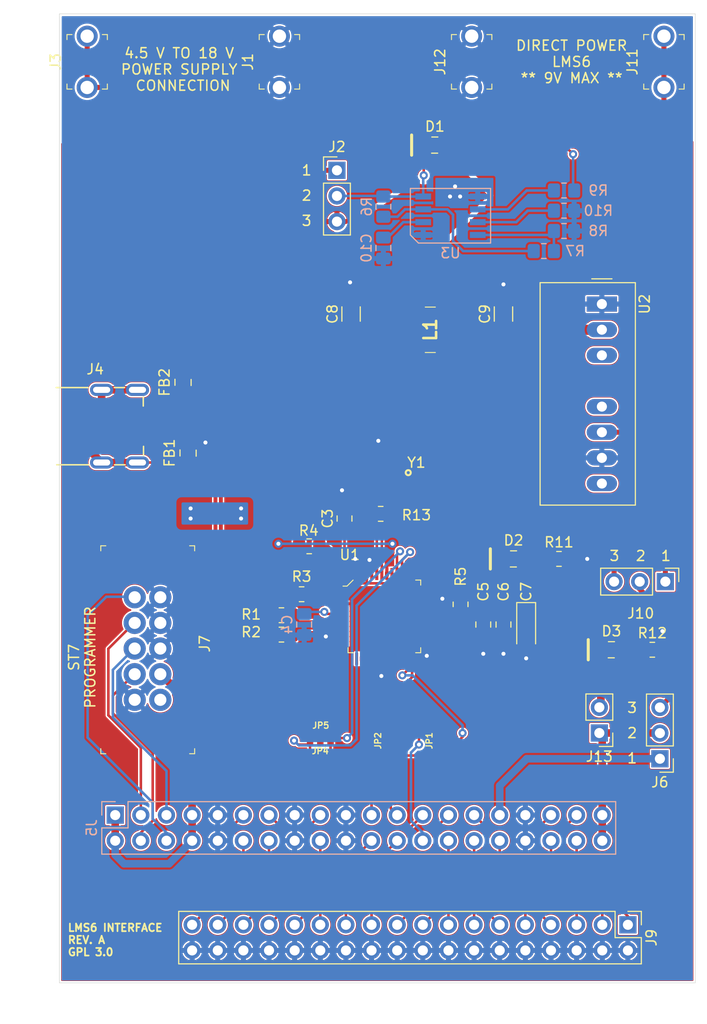
<source format=kicad_pcb>
(kicad_pcb (version 20171130) (host pcbnew "(5.1.7)-1")
  (title_block (title "LMS6 Layout") (date 2020-10-18) (rev A))
  (layers (0 F.Cu signal) (31 B.Cu signal) (34 B.Paste user) (35 F.Paste user) (36 B.SilkS user) (37 F.SilkS user) (38 B.Mask user) (39 F.Mask user) (44 Edge.Cuts user))
  (net 0 "")
  (net 1 GND)
  (net 2 "Net-(C3-Pad1)")
  (net 3 "/USB to UART/+5_USB")
  (net 4 "/DC-DC Converter/+V_in")
  (net 5 "Net-(C9-Pad1)")
  (net 6 "Net-(C10-Pad1)")
  (net 7 /eFuse/eFuse_In)
  (net 8 "Net-(D1-Pad2)")
  (net 9 "Net-(D2-Pad2)")
  (net 10 "Net-(D3-Pad1)")
  (net 11 "Net-(D3-Pad2)")
  (net 12 "Net-(FB1-Pad1)")
  (net 13 "Net-(FB2-Pad1)")
  (net 14 "/Card Edge Conn/9V_PS")
  (net 15 +9V)
  (net 16 +BATT)
  (net 17 "/Card Edge Conn/ST7-ICCSEL")
  (net 18 VDD)
  (net 19 "/Card Edge Conn/ST7-RESET")
  (net 20 "/Card Edge Conn/ST7-ICCCLK")
  (net 21 "/Card Edge Conn/ST7-ICCDATA")
  (net 22 "/USB to UART/UART2.RXD")
  (net 23 "/Card Edge Conn/U22.3")
  (net 24 "/Card Edge Conn/U21.20-DCLK")
  (net 25 "/Card Edge Conn/J5.3")
  (net 26 "/Card Edge Conn/J5.2")
  (net 27 "/Card Edge Conn/U3.18")
  (net 28 "/Card Edge Conn/HEADER1.10")
  (net 29 "/Card Edge Conn/HEADER1.9")
  (net 30 "/Card Edge Conn/HEADER1.7")
  (net 31 "/Card Edge Conn/HEADER1.6")
  (net 32 "/Card Edge Conn/HEADER1.5")
  (net 33 "/Card Edge Conn/HEADER1.4")
  (net 34 "/Card Edge Conn/HEADER1.3")
  (net 35 "/Card Edge Conn/HEADER1.2")
  (net 36 "/Card Edge Conn/HEADER1.1")
  (net 37 "/Card Edge Conn/SW1.4")
  (net 38 "/Card Edge Conn/SW1.3")
  (net 39 "/Card Edge Conn/SW1.2")
  (net 40 "/Card Edge Conn/SW1.1")
  (net 41 "/DC-DC Converter/+V_out")
  (net 42 "Net-(J10-Pad1)")
  (net 43 "Net-(R4-Pad1)")
  (net 44 "Net-(R6-Pad2)")
  (net 45 "Net-(R7-Pad2)")
  (net 46 "Net-(R9-Pad1)")
  (net 47 "Net-(R10-Pad1)")
  (net 48 "/Card Edge Conn/GPS.RXD")
  (net 49 "/Card Edge Conn/GPS.TXD")
  (net 50 "Net-(J5-Pad23)")
  (net 51 "Net-(J5-Pad26)")
  (net 52 "/Card Edge Conn/U3.19")
  (net 53 "/USB to UART/XTIN")
  (net 54 "/USB to UART/XOUT")
  (net 55 "/USB to UART/3V3OUT")
  (net 56 "/USB to UART/RSTOUT")
  (net 57 /+PS)
  (net 58 "/USB to UART/USBD_P")
  (net 59 "/USB to UART/USBD_N")
  (net 60 "/USB to UART/IN_USBD_N")
  (net 61 "/USB to UART/IN_USBD_P")
  (module SamacSys_Parts:TCK154 (layer F.Cu) (at 144.25 103.05 270)
    (fp_text reference L1 (at 0 0 90) (layer F.SilkS) (effects (font (size 1.27 1.27) (thickness 0.254))))
    (fp_text value TCK-154 hide)
    (pad 2 smd rect (at 0 -1.625) (size 1.75 4.5) (layers F.Cu F.Paste F.Mask) (net 5 "Net-(C9-Pad1)"))
    (pad 1 smd rect (at 0 1.625) (size 1.75 4.5) (layers F.Cu F.Paste F.Mask) (net 4 "/DC-DC Converter/+V_in"))
  )
  (module digikey-footprints:PinHeader_2x5_P2.54mm_Drill1.2mm (layer F.Cu) (at 117.5 129.55 270)
    (fp_text reference J7 (at 4.6 -4.4 90) (layer F.SilkS))
    (fp_text value 302-S101)
    (pad 10 thru_hole circle (at 10.16 2.54 270) (size 2.2 2.2) (drill 1.2) (layers *.Cu *.Mask) (net 1 GND))
    (pad 9 thru_hole circle (at 10.16 0 270) (size 2.2 2.2) (drill 1.2) (layers *.Cu *.Mask))
    (pad 8 thru_hole circle (at 7.62 2.54 270) (size 2.2 2.2) (drill 1.2) (layers *.Cu *.Mask) (net 17 "/Card Edge Conn/ST7-ICCSEL"))
    (pad 7 thru_hole circle (at 7.62 0 270) (size 2.2 2.2) (drill 1.2) (layers *.Cu *.Mask) (net 18 VDD))
    (pad 6 thru_hole circle (at 5.08 2.54 270) (size 2.2 2.2) (drill 1.2) (layers *.Cu *.Mask) (net 19 "/Card Edge Conn/ST7-RESET"))
    (pad 5 thru_hole circle (at 5.08 0 270) (size 2.2 2.2) (drill 1.2) (layers *.Cu *.Mask) (net 1 GND))
    (pad 4 thru_hole circle (at 2.54 2.54 270) (size 2.2 2.2) (drill 1.2) (layers *.Cu *.Mask) (net 20 "/Card Edge Conn/ST7-ICCCLK"))
    (pad 3 thru_hole circle (at 2.54 0 270) (size 2.2 2.2) (drill 1.2) (layers *.Cu *.Mask) (net 1 GND))
    (pad 2 thru_hole circle (at 0 2.54 270) (size 2.2 2.2) (drill 1.2) (layers *.Cu *.Mask) (net 21 "/Card Edge Conn/ST7-ICCDATA"))
    (pad 1 thru_hole circle (at 0 0 270) (size 2.2 2.2) (drill 1.2) (layers *.Cu *.Mask) (net 1 GND))
  )
  (module LMS-6_Interface_Board:LQFP-48_7x7mm_Narrow_Pad (layer F.Cu) (at 139.7 131.445)
    (fp_text reference U1 (at -3.429 -6.096) (layer F.SilkS))
    (fp_text value FT2232D-REEL)
    (pad 7 smd rect (at -4.2 0.25) (size 1.2 0.3) (layers F.Cu F.Paste F.Mask) (net 58 "/USB to UART/USBD_P"))
    (pad 6 smd rect (at -4.2 -0.25) (size 1.2 0.3) (layers F.Cu F.Paste F.Mask) (net 55 "/USB to UART/3V3OUT"))
    (pad 42 smd rect (at 0.25 -4.2) (size 0.3 1.2) (layers F.Cu F.Paste F.Mask) (net 3 "/USB to UART/+5_USB"))
    (pad 43 smd rect (at -0.25 -4.2) (size 0.3 1.2) (layers F.Cu F.Paste F.Mask) (net 53 "/USB to UART/XTIN"))
    (pad 5 smd rect (at -4.2 -0.75) (size 1.2 0.3) (layers F.Cu F.Paste F.Mask) (net 56 "/USB to UART/RSTOUT"))
    (pad 4 smd rect (at -4.2 -1.25) (size 1.2 0.3) (layers F.Cu F.Paste F.Mask) (net 3 "/USB to UART/+5_USB"))
    (pad 3 smd rect (at -4.2 -1.75) (size 1.2 0.3) (layers F.Cu F.Paste F.Mask) (net 3 "/USB to UART/+5_USB"))
    (pad 2 smd rect (at -4.2 -2.25) (size 1.2 0.3) (layers F.Cu F.Paste F.Mask) (net 43 "Net-(R4-Pad1)"))
    (pad 1 smd rect (at -4.2 -2.75) (size 1.2 0.3) (layers F.Cu F.Paste F.Mask))
    (pad 44 smd rect (at -0.75 -4.2) (size 0.3 1.2) (layers F.Cu F.Paste F.Mask) (net 54 "/USB to UART/XOUT"))
    (pad 45 smd rect (at -1.25 -4.2) (size 0.3 1.2) (layers F.Cu F.Paste F.Mask) (net 1 GND))
    (pad 46 smd rect (at -1.75 -4.2) (size 0.3 1.2) (layers F.Cu F.Paste F.Mask) (net 2 "Net-(C3-Pad1)"))
    (pad 47 smd rect (at -2.25 -4.2) (size 0.3 1.2) (layers F.Cu F.Paste F.Mask) (net 1 GND))
    (pad 48 smd rect (at -2.75 -4.2) (size 0.3 1.2) (layers F.Cu F.Paste F.Mask))
    (pad 8 smd rect (at -4.2 0.75) (size 1.2 0.3) (layers F.Cu F.Paste F.Mask) (net 59 "/USB to UART/USBD_N"))
    (pad 9 smd rect (at -4.2 1.25) (size 1.2 0.3) (layers F.Cu F.Paste F.Mask) (net 1 GND))
    (pad 10 smd rect (at -4.2 1.75) (size 1.2 0.3) (layers F.Cu F.Paste F.Mask))
    (pad 11 smd rect (at -4.2 2.25) (size 1.2 0.3) (layers F.Cu F.Paste F.Mask))
    (pad 12 smd rect (at -4.2 2.75) (size 1.2 0.3) (layers F.Cu F.Paste F.Mask))
    (pad 41 smd rect (at 0.75 -4.2) (size 0.3 1.2) (layers F.Cu F.Paste F.Mask))
    (pad 40 smd rect (at 1.25 -4.2) (size 0.3 1.2) (layers F.Cu F.Paste F.Mask) (net 52 "/Card Edge Conn/U3.19"))
    (pad 39 smd rect (at 1.75 -4.2) (size 0.3 1.2) (layers F.Cu F.Paste F.Mask) (net 22 "/USB to UART/UART2.RXD"))
    (pad 38 smd rect (at 2.25 -4.2) (size 0.3 1.2) (layers F.Cu F.Paste F.Mask))
    (pad 37 smd rect (at 2.75 -4.2) (size 0.3 1.2) (layers F.Cu F.Paste F.Mask))
    (pad 13 smd rect (at -2.75 4.2) (size 0.3 1.2) (layers F.Cu F.Paste F.Mask))
    (pad 14 smd rect (at -2.25 4.2) (size 0.3 1.2) (layers F.Cu F.Paste F.Mask) (net 3 "/USB to UART/+5_USB"))
    (pad 15 smd rect (at -1.75 4.2) (size 0.3 1.2) (layers F.Cu F.Paste F.Mask))
    (pad 16 smd rect (at -1.25 4.2) (size 0.3 1.2) (layers F.Cu F.Paste F.Mask))
    (pad 17 smd rect (at -0.75 4.2) (size 0.3 1.2) (layers F.Cu F.Paste F.Mask))
    (pad 18 smd rect (at -0.25 4.2) (size 0.3 1.2) (layers F.Cu F.Paste F.Mask) (net 1 GND))
    (pad 19 smd rect (at 0.25 4.2) (size 0.3 1.2) (layers F.Cu F.Paste F.Mask))
    (pad 20 smd rect (at 0.75 4.2) (size 0.3 1.2) (layers F.Cu F.Paste F.Mask))
    (pad 21 smd rect (at 1.25 4.2) (size 0.3 1.2) (layers F.Cu F.Paste F.Mask))
    (pad 22 smd rect (at 1.75 4.2) (size 0.3 1.2) (layers F.Cu F.Paste F.Mask))
    (pad 23 smd rect (at 2.25 4.2) (size 0.3 1.2) (layers F.Cu F.Paste F.Mask) (net 49 "/Card Edge Conn/GPS.TXD"))
    (pad 24 smd rect (at 2.75 4.2) (size 0.3 1.2) (layers F.Cu F.Paste F.Mask) (net 48 "/Card Edge Conn/GPS.RXD"))
    (pad 25 smd rect (at 4.2 2.75) (size 1.2 0.3) (layers F.Cu F.Paste F.Mask) (net 1 GND))
    (pad 26 smd rect (at 4.2 2.25) (size 1.2 0.3) (layers F.Cu F.Paste F.Mask))
    (pad 27 smd rect (at 4.2 1.75) (size 1.2 0.3) (layers F.Cu F.Paste F.Mask))
    (pad 28 smd rect (at 4.2 1.25) (size 1.2 0.3) (layers F.Cu F.Paste F.Mask))
    (pad 29 smd rect (at 4.2 0.75) (size 1.2 0.3) (layers F.Cu F.Paste F.Mask))
    (pad 30 smd rect (at 4.2 0.25) (size 1.2 0.3) (layers F.Cu F.Paste F.Mask))
    (pad 31 smd rect (at 4.2 -0.25) (size 1.2 0.3) (layers F.Cu F.Paste F.Mask) (net 3 "/USB to UART/+5_USB"))
    (pad 32 smd rect (at 4.2 -0.75) (size 1.2 0.3) (layers F.Cu F.Paste F.Mask))
    (pad 33 smd rect (at 4.2 -1.25) (size 1.2 0.3) (layers F.Cu F.Paste F.Mask))
    (pad 34 smd rect (at 4.2 -1.75) (size 1.2 0.3) (layers F.Cu F.Paste F.Mask) (net 1 GND))
    (pad 35 smd rect (at 4.2 -2.25) (size 1.2 0.3) (layers F.Cu F.Paste F.Mask))
    (pad 36 smd rect (at 4.2 -2.75) (size 1.2 0.3) (layers F.Cu F.Paste F.Mask))
  )
  (module LMS-6_Interface_Board:CSTNR_Resonator (layer F.Cu) (at 139.065 116.205 180)
    (fp_text reference Y1 (at -3.81 0) (layer F.SilkS))
    (fp_text value CSTNR6M00GH5C000R0)
    (pad 3 smd rect (at 1.5 0 180) (size 0.4 2.75) (layers F.Cu F.Paste F.Mask) (net 54 "/USB to UART/XOUT"))
    (pad 2 smd rect (at 0 0 180) (size 0.4 2.75) (layers F.Cu F.Paste F.Mask) (net 1 GND))
    (pad 1 smd rect (at -1.5 0 180) (size 0.4 2.75) (layers F.Cu F.Paste F.Mask) (net 53 "/USB to UART/XTIN"))
  )
  (module Resistor_SMD:R_0805_2012Metric_Pad1.20x1.40mm_HandSolder (layer F.Cu) (at 139.335 121.285)
    (fp_text reference R13 (at 3.54 0.127) (layer F.SilkS))
    (fp_text value 1M)
    (pad 2 smd roundrect (at 1 0) (size 1.2 1.4) (layers F.Cu F.Paste F.Mask) (roundrect_rratio 0.2083325) (net 53 "/USB to UART/XTIN"))
    (pad 1 smd roundrect (at -1 0) (size 1.2 1.4) (layers F.Cu F.Paste F.Mask) (roundrect_rratio 0.2083325) (net 54 "/USB to UART/XOUT"))
  )
  (module Connector_PinHeader_2.54mm:PinHeader_2x20_P2.54mm_Vertical (layer B.Cu) (at 113.03 151.13 270)
    (fp_text reference J5 (at 1.27 2.33 270) (layer B.SilkS) (effects (justify mirror)))
    (fp_text value 5-5530843-4)
    (pad 40 thru_hole oval (at 2.54 -48.26 270) (size 1.7 1.7) (drill 1) (layers *.Cu *.Mask) (net 15 +9V))
    (pad 39 thru_hole oval (at 0 -48.26 270) (size 1.7 1.7) (drill 1) (layers *.Cu *.Mask) (net 15 +9V))
    (pad 38 thru_hole oval (at 2.54 -45.72 270) (size 1.7 1.7) (drill 1) (layers *.Cu *.Mask) (net 27 "/Card Edge Conn/U3.18"))
    (pad 37 thru_hole oval (at 0 -45.72 270) (size 1.7 1.7) (drill 1) (layers *.Cu *.Mask) (net 28 "/Card Edge Conn/HEADER1.10"))
    (pad 36 thru_hole oval (at 2.54 -43.18 270) (size 1.7 1.7) (drill 1) (layers *.Cu *.Mask) (net 38 "/Card Edge Conn/SW1.3"))
    (pad 35 thru_hole oval (at 0 -43.18 270) (size 1.7 1.7) (drill 1) (layers *.Cu *.Mask) (net 29 "/Card Edge Conn/HEADER1.9"))
    (pad 34 thru_hole oval (at 2.54 -40.64 270) (size 1.7 1.7) (drill 1) (layers *.Cu *.Mask) (net 1 GND))
    (pad 33 thru_hole oval (at 0 -40.64 270) (size 1.7 1.7) (drill 1) (layers *.Cu *.Mask) (net 1 GND))
    (pad 32 thru_hole oval (at 2.54 -38.1 270) (size 1.7 1.7) (drill 1) (layers *.Cu *.Mask) (net 25 "/Card Edge Conn/J5.3"))
    (pad 31 thru_hole oval (at 0 -38.1 270) (size 1.7 1.7) (drill 1) (layers *.Cu *.Mask) (net 16 +BATT))
    (pad 30 thru_hole oval (at 2.54 -35.56 270) (size 1.7 1.7) (drill 1) (layers *.Cu *.Mask) (net 23 "/Card Edge Conn/U22.3"))
    (pad 29 thru_hole oval (at 0 -35.56 270) (size 1.7 1.7) (drill 1) (layers *.Cu *.Mask) (net 30 "/Card Edge Conn/HEADER1.7"))
    (pad 28 thru_hole oval (at 2.54 -33.02 270) (size 1.7 1.7) (drill 1) (layers *.Cu *.Mask) (net 33 "/Card Edge Conn/HEADER1.4"))
    (pad 27 thru_hole oval (at 0 -33.02 270) (size 1.7 1.7) (drill 1) (layers *.Cu *.Mask) (net 31 "/Card Edge Conn/HEADER1.6"))
    (pad 26 thru_hole oval (at 2.54 -30.48 270) (size 1.7 1.7) (drill 1) (layers *.Cu *.Mask) (net 51 "Net-(J5-Pad26)"))
    (pad 25 thru_hole oval (at 0 -30.48 270) (size 1.7 1.7) (drill 1) (layers *.Cu *.Mask) (net 32 "/Card Edge Conn/HEADER1.5"))
    (pad 24 thru_hole oval (at 2.54 -27.94 270) (size 1.7 1.7) (drill 1) (layers *.Cu *.Mask) (net 34 "/Card Edge Conn/HEADER1.3"))
    (pad 23 thru_hole oval (at 0 -27.94 270) (size 1.7 1.7) (drill 1) (layers *.Cu *.Mask) (net 50 "Net-(J5-Pad23)"))
    (pad 22 thru_hole oval (at 2.54 -25.4 270) (size 1.7 1.7) (drill 1) (layers *.Cu *.Mask) (net 35 "/Card Edge Conn/HEADER1.2"))
    (pad 21 thru_hole oval (at 0 -25.4 270) (size 1.7 1.7) (drill 1) (layers *.Cu *.Mask) (net 52 "/Card Edge Conn/U3.19"))
    (pad 20 thru_hole oval (at 2.54 -22.86 270) (size 1.7 1.7) (drill 1) (layers *.Cu *.Mask) (net 1 GND))
    (pad 19 thru_hole oval (at 0 -22.86 270) (size 1.7 1.7) (drill 1) (layers *.Cu *.Mask) (net 1 GND))
    (pad 18 thru_hole oval (at 2.54 -20.32 270) (size 1.7 1.7) (drill 1) (layers *.Cu *.Mask) (net 40 "/Card Edge Conn/SW1.1"))
    (pad 17 thru_hole oval (at 0 -20.32 270) (size 1.7 1.7) (drill 1) (layers *.Cu *.Mask) (net 39 "/Card Edge Conn/SW1.2"))
    (pad 16 thru_hole oval (at 2.54 -17.78 270) (size 1.7 1.7) (drill 1) (layers *.Cu *.Mask) (net 1 GND))
    (pad 15 thru_hole oval (at 0 -17.78 270) (size 1.7 1.7) (drill 1) (layers *.Cu *.Mask) (net 1 GND))
    (pad 14 thru_hole oval (at 2.54 -15.24 270) (size 1.7 1.7) (drill 1) (layers *.Cu *.Mask) (net 36 "/Card Edge Conn/HEADER1.1"))
    (pad 13 thru_hole oval (at 0 -15.24 270) (size 1.7 1.7) (drill 1) (layers *.Cu *.Mask) (net 37 "/Card Edge Conn/SW1.4"))
    (pad 12 thru_hole oval (at 2.54 -12.7 270) (size 1.7 1.7) (drill 1) (layers *.Cu *.Mask) (net 24 "/Card Edge Conn/U21.20-DCLK"))
    (pad 11 thru_hole oval (at 0 -12.7 270) (size 1.7 1.7) (drill 1) (layers *.Cu *.Mask) (net 26 "/Card Edge Conn/J5.2"))
    (pad 10 thru_hole oval (at 2.54 -10.16 270) (size 1.7 1.7) (drill 1) (layers *.Cu *.Mask) (net 1 GND))
    (pad 9 thru_hole oval (at 0 -10.16 270) (size 1.7 1.7) (drill 1) (layers *.Cu *.Mask) (net 1 GND))
    (pad 8 thru_hole oval (at 2.54 -7.62 270) (size 1.7 1.7) (drill 1) (layers *.Cu *.Mask) (net 18 VDD))
    (pad 7 thru_hole oval (at 0 -7.62 270) (size 1.7 1.7) (drill 1) (layers *.Cu *.Mask) (net 18 VDD))
    (pad 6 thru_hole oval (at 2.54 -5.08 270) (size 1.7 1.7) (drill 1) (layers *.Cu *.Mask) (net 21 "/Card Edge Conn/ST7-ICCDATA"))
    (pad 5 thru_hole oval (at 0 -5.08 270) (size 1.7 1.7) (drill 1) (layers *.Cu *.Mask) (net 19 "/Card Edge Conn/ST7-RESET"))
    (pad 4 thru_hole oval (at 2.54 -2.54 270) (size 1.7 1.7) (drill 1) (layers *.Cu *.Mask) (net 17 "/Card Edge Conn/ST7-ICCSEL"))
    (pad 3 thru_hole oval (at 0 -2.54 270) (size 1.7 1.7) (drill 1) (layers *.Cu *.Mask) (net 20 "/Card Edge Conn/ST7-ICCCLK"))
    (pad 2 thru_hole oval (at 2.54 0 270) (size 1.7 1.7) (drill 1) (layers *.Cu *.Mask) (net 18 VDD))
    (pad 1 thru_hole rect (at 0 0 270) (size 1.7 1.7) (drill 1) (layers *.Cu *.Mask) (net 18 VDD))
  )
  (module Jumpers:SMT-JUMPER_3_1-NC_TRACE_NO-SILK (layer F.Cu) (at 133.35 143.51 180)
    (fp_text reference JP5 (at -0.05 1.26) (layer F.SilkS) (effects (font (size 0.6096 0.6096) (thickness 0.127))))
    (fp_text value JUMPER-SMT_3_1-NC)
    (fp_line (start 0 0) (end 1.016 0) (layer F.Cu) (width 0.254))
    (pad 3 smd rect (at 1.016 0 180) (size 0.635 1.27) (layers F.Cu F.Mask) (net 22 "/USB to UART/UART2.RXD"))
    (pad 2 smd rect (at 0 0 180) (size 0.635 1.27) (layers F.Cu F.Mask) (net 22 "/USB to UART/UART2.RXD"))
    (pad 1 smd rect (at -1.016 0 180) (size 0.635 1.27) (layers F.Cu F.Mask) (net 52 "/Card Edge Conn/U3.19"))
  )
  (module Jumpers:SMT-JUMPER_3_1-NC_TRACE_NO-SILK (layer F.Cu) (at 133.35 146.05)
    (fp_text reference JP4 (at 0 -1.27) (layer F.SilkS) (effects (font (size 0.6096 0.6096) (thickness 0.127))))
    (fp_text value JUMPER-SMT_3_1-NC)
    (fp_line (start 0 0) (end 1.016 0) (layer F.Cu) (width 0.254))
    (pad 3 smd rect (at 1.016 0) (size 0.635 1.27) (layers F.Cu F.Mask) (net 52 "/Card Edge Conn/U3.19"))
    (pad 2 smd rect (at 0 0) (size 0.635 1.27) (layers F.Cu F.Mask) (net 52 "/Card Edge Conn/U3.19"))
    (pad 1 smd rect (at -1.016 0) (size 0.635 1.27) (layers F.Cu F.Mask) (net 22 "/USB to UART/UART2.RXD"))
  )
  (module Jumpers:SMT-JUMPER_3_1-NC_TRACE_NO-SILK (layer F.Cu) (at 140.335 143.764 90)
    (fp_text reference JP2 (at 0 -1.27 90) (layer F.SilkS) (effects (font (size 0.6096 0.6096) (thickness 0.127))))
    (fp_text value JUMPER-SMT_3_1-NC hide)
    (fp_line (start 0 0) (end 1.016 0) (layer F.Cu) (width 0.254))
    (pad 3 smd rect (at 1.016 0 90) (size 0.635 1.27) (layers F.Cu F.Mask) (net 51 "Net-(J5-Pad26)"))
    (pad 2 smd rect (at 0 0 90) (size 0.635 1.27) (layers F.Cu F.Mask) (net 48 "/Card Edge Conn/GPS.RXD"))
    (pad 1 smd rect (at -1.016 0 90) (size 0.635 1.27) (layers F.Cu F.Mask) (net 50 "Net-(J5-Pad23)"))
  )
  (module Jumpers:SMT-JUMPER_3_1-NC_TRACE_NO-SILK (layer F.Cu) (at 145.415 143.764 270)
    (fp_text reference JP1 (at 0 1.27 90) (layer F.SilkS) (effects (font (size 0.6096 0.6096) (thickness 0.127))))
    (fp_text value JUMPER-SMT_3_1-NC hide)
    (fp_line (start 0 0) (end 1.016 0) (layer F.Cu) (width 0.254))
    (pad 3 smd rect (at 1.016 0 270) (size 0.635 1.27) (layers F.Cu F.Mask) (net 50 "Net-(J5-Pad23)"))
    (pad 2 smd rect (at 0 0 270) (size 0.635 1.27) (layers F.Cu F.Mask) (net 49 "/Card Edge Conn/GPS.TXD"))
    (pad 1 smd rect (at -1.016 0 270) (size 0.635 1.27) (layers F.Cu F.Mask) (net 51 "Net-(J5-Pad26)"))
  )
  (module LMS-6_Interface_Board:SOIC-8_W5.4mm (layer B.Cu) (at 146.25 91.75 90)
    (fp_text reference U3 (at -3.705 0 180) (layer B.SilkS) (effects (justify mirror)))
    (fp_text value TPS25921x)
    (pad 4 smd rect (at 1.905 -2.7 90) (size 0.6 1.55) (layers B.Cu B.Paste B.Mask) (net 7 /eFuse/eFuse_In))
    (pad 5 smd rect (at 1.905 2.7 90) (size 0.6 1.55) (layers B.Cu B.Paste B.Mask) (net 4 "/DC-DC Converter/+V_in"))
    (pad 3 smd rect (at 0.635 -2.7 90) (size 0.6 1.55) (layers B.Cu B.Paste B.Mask) (net 44 "Net-(R6-Pad2)"))
    (pad 6 smd rect (at 0.635 2.7 90) (size 0.6 1.55) (layers B.Cu B.Paste B.Mask) (net 46 "Net-(R9-Pad1)"))
    (pad 2 smd rect (at -0.635 -2.7 90) (size 0.6 1.55) (layers B.Cu B.Paste B.Mask) (net 6 "Net-(C10-Pad1)"))
    (pad 7 smd rect (at -0.635 2.7 90) (size 0.6 1.55) (layers B.Cu B.Paste B.Mask) (net 47 "Net-(R10-Pad1)"))
    (pad 1 smd rect (at -1.905 -2.7 90) (size 0.6 1.55) (layers B.Cu B.Paste B.Mask) (net 1 GND))
    (pad 8 smd rect (at -1.905 2.7 90) (size 0.6 1.55) (layers B.Cu B.Paste B.Mask) (net 45 "Net-(R7-Pad2)"))
  )
  (module Converter_DCDC:Converter_DCDC_TRACO_TMR-xxxx_THT (layer F.Cu) (at 161.25 100.5 270)
    (fp_text reference U2 (at 0 -4.24 90) (layer F.SilkS))
    (fp_text value TEC2-1219WI)
    (pad 8 thru_hole oval (at 17.78 0 270) (size 1.5 3) (drill 1) (layers *.Cu *.Mask))
    (pad 7 thru_hole oval (at 15.24 0 270) (size 1.5 3) (drill 1) (layers *.Cu *.Mask) (net 1 GND))
    (pad 3 thru_hole oval (at 5.08 0 270) (size 1.5 3) (drill 1) (layers *.Cu *.Mask))
    (pad 6 thru_hole oval (at 12.7 0 270) (size 1.5 3) (drill 1) (layers *.Cu *.Mask) (net 41 "/DC-DC Converter/+V_out"))
    (pad 5 thru_hole oval (at 10.16 0 270) (size 1.5 3) (drill 1) (layers *.Cu *.Mask))
    (pad 2 thru_hole oval (at 2.54 0 270) (size 1.5 3) (drill 1) (layers *.Cu *.Mask) (net 5 "Net-(C9-Pad1)"))
    (pad 1 thru_hole rect (at 0 0 270) (size 1.5 3) (drill 1) (layers *.Cu *.Mask) (net 1 GND))
  )
  (module Resistor_SMD:R_0805_2012Metric_Pad1.20x1.40mm_HandSolder (layer F.Cu) (at 166.25 134.75)
    (fp_text reference R12 (at 0 -1.65) (layer F.SilkS))
    (fp_text value 909)
    (pad 2 smd roundrect (at 1 0) (size 1.2 1.4) (layers F.Cu F.Paste F.Mask) (roundrect_rratio 0.2083325) (net 1 GND))
    (pad 1 smd roundrect (at -1 0) (size 1.2 1.4) (layers F.Cu F.Paste F.Mask) (roundrect_rratio 0.2083325) (net 11 "Net-(D3-Pad2)"))
  )
  (module Resistor_SMD:R_0805_2012Metric_Pad1.20x1.40mm_HandSolder (layer F.Cu) (at 157 125.75)
    (fp_text reference R11 (at 0 -1.65) (layer F.SilkS))
    (fp_text value 280)
    (pad 2 smd roundrect (at 1 0) (size 1.2 1.4) (layers F.Cu F.Paste F.Mask) (roundrect_rratio 0.2083325) (net 1 GND))
    (pad 1 smd roundrect (at -1 0) (size 1.2 1.4) (layers F.Cu F.Paste F.Mask) (roundrect_rratio 0.2083325) (net 9 "Net-(D2-Pad2)"))
  )
  (module Resistor_SMD:R_0805_2012Metric_Pad1.20x1.40mm_HandSolder (layer B.Cu) (at 157.5 91.25)
    (fp_text reference R10 (at 3.4 0) (layer B.SilkS) (effects (justify mirror)))
    (fp_text value 143K)
    (pad 2 smd roundrect (at 1 0) (size 1.2 1.4) (layers B.Cu B.Paste B.Mask) (roundrect_rratio 0.2083325) (net 1 GND))
    (pad 1 smd roundrect (at -1 0) (size 1.2 1.4) (layers B.Cu B.Paste B.Mask) (roundrect_rratio 0.2083325) (net 47 "Net-(R10-Pad1)"))
  )
  (module Resistor_SMD:R_0805_2012Metric_Pad1.20x1.40mm_HandSolder (layer B.Cu) (at 157.5 89.25)
    (fp_text reference R9 (at 3.4 0) (layer B.SilkS) (effects (justify mirror)))
    (fp_text value 1.62K)
    (pad 2 smd roundrect (at 1 0) (size 1.2 1.4) (layers B.Cu B.Paste B.Mask) (roundrect_rratio 0.2083325) (net 8 "Net-(D1-Pad2)"))
    (pad 1 smd roundrect (at -1 0) (size 1.2 1.4) (layers B.Cu B.Paste B.Mask) (roundrect_rratio 0.2083325) (net 46 "Net-(R9-Pad1)"))
  )
  (module Resistor_SMD:R_0805_2012Metric_Pad1.20x1.40mm_HandSolder (layer B.Cu) (at 157.5 93.260999)
    (fp_text reference R8 (at 3.4 -0.010999) (layer B.SilkS) (effects (justify mirror)))
    (fp_text value 54.9K)
    (pad 2 smd roundrect (at 1 0) (size 1.2 1.4) (layers B.Cu B.Paste B.Mask) (roundrect_rratio 0.2083325) (net 1 GND))
    (pad 1 smd roundrect (at -1 0) (size 1.2 1.4) (layers B.Cu B.Paste B.Mask) (roundrect_rratio 0.2083325) (net 45 "Net-(R7-Pad2)"))
  )
  (module Resistor_SMD:R_0805_2012Metric_Pad1.20x1.40mm_HandSolder (layer B.Cu) (at 155.5 95.25)
    (fp_text reference R7 (at 3.1 0) (layer B.SilkS) (effects (justify mirror)))
    (fp_text value 137K)
    (pad 2 smd roundrect (at 1 0) (size 1.2 1.4) (layers B.Cu B.Paste B.Mask) (roundrect_rratio 0.2083325) (net 45 "Net-(R7-Pad2)"))
    (pad 1 smd roundrect (at -1 0) (size 1.2 1.4) (layers B.Cu B.Paste B.Mask) (roundrect_rratio 0.2083325) (net 44 "Net-(R6-Pad2)"))
  )
  (module Resistor_SMD:R_0805_2012Metric_Pad1.20x1.40mm_HandSolder (layer B.Cu) (at 139.6 90.85 270)
    (fp_text reference R6 (at 0 1.65 90) (layer B.SilkS) (effects (justify mirror)))
    (fp_text value 470K)
    (pad 2 smd roundrect (at 1 0 270) (size 1.2 1.4) (layers B.Cu B.Paste B.Mask) (roundrect_rratio 0.2083325) (net 44 "Net-(R6-Pad2)"))
    (pad 1 smd roundrect (at -1 0 270) (size 1.2 1.4) (layers B.Cu B.Paste B.Mask) (roundrect_rratio 0.2083325) (net 7 /eFuse/eFuse_In))
  )
  (module Resistor_SMD:R_0805_2012Metric_Pad1.20x1.40mm_HandSolder (layer F.Cu) (at 147.25 130.25 270)
    (fp_text reference R5 (at -2.75 0 270) (layer F.SilkS))
    (fp_text value 470)
    (pad 2 smd roundrect (at 1 0 270) (size 1.2 1.4) (layers F.Cu F.Paste F.Mask) (roundrect_rratio 0.2083325) (net 3 "/USB to UART/+5_USB"))
    (pad 1 smd roundrect (at -1 0 270) (size 1.2 1.4) (layers F.Cu F.Paste F.Mask) (roundrect_rratio 0.2083325) (net 2 "Net-(C3-Pad1)"))
  )
  (module Resistor_SMD:R_0805_2012Metric_Pad1.20x1.40mm_HandSolder (layer F.Cu) (at 132.25 124.5 180)
    (fp_text reference R4 (at 0.05 1.55) (layer F.SilkS))
    (fp_text value 10k)
    (pad 2 smd roundrect (at 1 0 180) (size 1.2 1.4) (layers F.Cu F.Paste F.Mask) (roundrect_rratio 0.2083325) (net 3 "/USB to UART/+5_USB"))
    (pad 1 smd roundrect (at -1 0 180) (size 1.2 1.4) (layers F.Cu F.Paste F.Mask) (roundrect_rratio 0.2083325) (net 43 "Net-(R4-Pad1)"))
  )
  (module Resistor_SMD:R_0805_2012Metric_Pad1.20x1.40mm_HandSolder (layer F.Cu) (at 131.5 129.25 180)
    (fp_text reference R3 (at 0 1.75) (layer F.SilkS))
    (fp_text value 1.5K)
    (pad 2 smd roundrect (at 1 0 180) (size 1.2 1.4) (layers F.Cu F.Paste F.Mask) (roundrect_rratio 0.2083325) (net 58 "/USB to UART/USBD_P"))
    (pad 1 smd roundrect (at -1 0 180) (size 1.2 1.4) (layers F.Cu F.Paste F.Mask) (roundrect_rratio 0.2083325) (net 56 "/USB to UART/RSTOUT"))
  )
  (module Resistor_SMD:R_0805_2012Metric_Pad1.20x1.40mm_HandSolder (layer F.Cu) (at 129.5 133.25 180)
    (fp_text reference R2 (at 3 0.25) (layer F.SilkS))
    (fp_text value 27)
    (pad 2 smd roundrect (at 1 0 180) (size 1.2 1.4) (layers F.Cu F.Paste F.Mask) (roundrect_rratio 0.2083325) (net 60 "/USB to UART/IN_USBD_N"))
    (pad 1 smd roundrect (at -1 0 180) (size 1.2 1.4) (layers F.Cu F.Paste F.Mask) (roundrect_rratio 0.2083325) (net 59 "/USB to UART/USBD_N"))
  )
  (module Resistor_SMD:R_0805_2012Metric_Pad1.20x1.40mm_HandSolder (layer F.Cu) (at 129.5 131.33 180)
    (fp_text reference R1 (at 3 0.08) (layer F.SilkS))
    (fp_text value 27)
    (pad 2 smd roundrect (at 1 0 180) (size 1.2 1.4) (layers F.Cu F.Paste F.Mask) (roundrect_rratio 0.208) (net 61 "/USB to UART/IN_USBD_P"))
    (pad 1 smd roundrect (at -1 0 180) (size 1.2 1.4) (layers F.Cu F.Paste F.Mask) (roundrect_rratio 0.2083325) (net 58 "/USB to UART/USBD_P"))
  )
  (module Connector_PinHeader_2.54mm:PinHeader_1x02_P2.54mm_Vertical (layer F.Cu) (at 161 143 180)
    (fp_text reference J13 (at 0 -2.33) (layer F.SilkS))
    (fp_text value Conn_01x02)
    (pad 2 thru_hole oval (at 0 2.54 180) (size 1.7 1.7) (drill 1) (layers *.Cu *.Mask) (net 10 "Net-(D3-Pad1)"))
    (pad 1 thru_hole rect (at 0 0 180) (size 1.7 1.7) (drill 1) (layers *.Cu *.Mask) (net 15 +9V))
  )
  (module digikey-footprints:Test_Jack_Horiz (layer F.Cu) (at 148.35 76.5 90)
    (fp_text reference J12 (at 0 -3.13 90) (layer F.SilkS))
    (fp_text value 105-1103-001)
    (pad 1 thru_hole circle (at 2.54 0 90) (size 2.0828 2.0828) (drill 1.3208) (layers *.Cu *.Mask) (net 1 GND))
    (pad 1 thru_hole circle (at -2.54 0 90) (size 2.0828 2.0828) (drill 1.3208) (layers *.Cu *.Mask) (net 1 GND))
  )
  (module digikey-footprints:Test_Jack_Horiz (layer F.Cu) (at 167.4 76.5 90)
    (fp_text reference J11 (at 0 -3.13 90) (layer F.SilkS))
    (fp_text value 105-1102-001)
    (pad 1 thru_hole circle (at 2.54 0 90) (size 2.0828 2.0828) (drill 1.3208) (layers *.Cu *.Mask) (net 42 "Net-(J10-Pad1)"))
    (pad 1 thru_hole circle (at -2.54 0 90) (size 2.0828 2.0828) (drill 1.3208) (layers *.Cu *.Mask) (net 42 "Net-(J10-Pad1)"))
  )
  (module Connector_PinHeader_2.54mm:PinHeader_1x03_P2.54mm_Vertical (layer F.Cu) (at 167.54 128 270)
    (fp_text reference J10 (at 3.15 2.44 180) (layer F.SilkS))
    (fp_text value Conn_01x03)
    (pad 3 thru_hole oval (at 0 5.08 270) (size 1.7 1.7) (drill 1) (layers *.Cu *.Mask) (net 41 "/DC-DC Converter/+V_out"))
    (pad 2 thru_hole oval (at 0 2.54 270) (size 1.7 1.7) (drill 1) (layers *.Cu *.Mask) (net 14 "/Card Edge Conn/9V_PS"))
    (pad 1 thru_hole rect (at 0 0 270) (size 1.7 1.7) (drill 1) (layers *.Cu *.Mask) (net 42 "Net-(J10-Pad1)"))
  )
  (module Connector_PinHeader_2.54mm:PinHeader_2x18_P2.54mm_Vertical (layer F.Cu) (at 163.83 162 270)
    (fp_text reference J9 (at 1.27 -2.33 90) (layer F.SilkS))
    (fp_text value Conn_02x18_Odd_Even)
    (pad 36 thru_hole oval (at 2.54 43.18 270) (size 1.7 1.7) (drill 1) (layers *.Cu *.Mask) (net 1 GND))
    (pad 35 thru_hole oval (at 0 43.18 270) (size 1.7 1.7) (drill 1) (layers *.Cu *.Mask) (net 26 "/Card Edge Conn/J5.2"))
    (pad 34 thru_hole oval (at 2.54 40.64 270) (size 1.7 1.7) (drill 1) (layers *.Cu *.Mask) (net 1 GND))
    (pad 33 thru_hole oval (at 0 40.64 270) (size 1.7 1.7) (drill 1) (layers *.Cu *.Mask) (net 24 "/Card Edge Conn/U21.20-DCLK"))
    (pad 32 thru_hole oval (at 2.54 38.1 270) (size 1.7 1.7) (drill 1) (layers *.Cu *.Mask) (net 1 GND))
    (pad 31 thru_hole oval (at 0 38.1 270) (size 1.7 1.7) (drill 1) (layers *.Cu *.Mask) (net 36 "/Card Edge Conn/HEADER1.1"))
    (pad 30 thru_hole oval (at 2.54 35.56 270) (size 1.7 1.7) (drill 1) (layers *.Cu *.Mask) (net 1 GND))
    (pad 29 thru_hole oval (at 0 35.56 270) (size 1.7 1.7) (drill 1) (layers *.Cu *.Mask) (net 37 "/Card Edge Conn/SW1.4"))
    (pad 28 thru_hole oval (at 2.54 33.02 270) (size 1.7 1.7) (drill 1) (layers *.Cu *.Mask) (net 1 GND))
    (pad 27 thru_hole oval (at 0 33.02 270) (size 1.7 1.7) (drill 1) (layers *.Cu *.Mask) (net 39 "/Card Edge Conn/SW1.2"))
    (pad 26 thru_hole oval (at 2.54 30.48 270) (size 1.7 1.7) (drill 1) (layers *.Cu *.Mask) (net 1 GND))
    (pad 25 thru_hole oval (at 0 30.48 270) (size 1.7 1.7) (drill 1) (layers *.Cu *.Mask) (net 40 "/Card Edge Conn/SW1.1"))
    (pad 24 thru_hole oval (at 2.54 27.94 270) (size 1.7 1.7) (drill 1) (layers *.Cu *.Mask) (net 1 GND))
    (pad 23 thru_hole oval (at 0 27.94 270) (size 1.7 1.7) (drill 1) (layers *.Cu *.Mask) (net 35 "/Card Edge Conn/HEADER1.2"))
    (pad 22 thru_hole oval (at 2.54 25.4 270) (size 1.7 1.7) (drill 1) (layers *.Cu *.Mask) (net 1 GND))
    (pad 21 thru_hole oval (at 0 25.4 270) (size 1.7 1.7) (drill 1) (layers *.Cu *.Mask) (net 34 "/Card Edge Conn/HEADER1.3"))
    (pad 20 thru_hole oval (at 2.54 22.86 270) (size 1.7 1.7) (drill 1) (layers *.Cu *.Mask) (net 1 GND))
    (pad 19 thru_hole oval (at 0 22.86 270) (size 1.7 1.7) (drill 1) (layers *.Cu *.Mask) (net 32 "/Card Edge Conn/HEADER1.5"))
    (pad 18 thru_hole oval (at 2.54 20.32 270) (size 1.7 1.7) (drill 1) (layers *.Cu *.Mask) (net 1 GND))
    (pad 17 thru_hole oval (at 0 20.32 270) (size 1.7 1.7) (drill 1) (layers *.Cu *.Mask) (net 31 "/Card Edge Conn/HEADER1.6"))
    (pad 16 thru_hole oval (at 2.54 17.78 270) (size 1.7 1.7) (drill 1) (layers *.Cu *.Mask) (net 1 GND))
    (pad 15 thru_hole oval (at 0 17.78 270) (size 1.7 1.7) (drill 1) (layers *.Cu *.Mask) (net 33 "/Card Edge Conn/HEADER1.4"))
    (pad 14 thru_hole oval (at 2.54 15.24 270) (size 1.7 1.7) (drill 1) (layers *.Cu *.Mask) (net 1 GND))
    (pad 13 thru_hole oval (at 0 15.24 270) (size 1.7 1.7) (drill 1) (layers *.Cu *.Mask) (net 23 "/Card Edge Conn/U22.3"))
    (pad 12 thru_hole oval (at 2.54 12.7 270) (size 1.7 1.7) (drill 1) (layers *.Cu *.Mask) (net 1 GND))
    (pad 11 thru_hole oval (at 0 12.7 270) (size 1.7 1.7) (drill 1) (layers *.Cu *.Mask) (net 30 "/Card Edge Conn/HEADER1.7"))
    (pad 10 thru_hole oval (at 2.54 10.16 270) (size 1.7 1.7) (drill 1) (layers *.Cu *.Mask) (net 1 GND))
    (pad 9 thru_hole oval (at 0 10.16 270) (size 1.7 1.7) (drill 1) (layers *.Cu *.Mask) (net 25 "/Card Edge Conn/J5.3"))
    (pad 8 thru_hole oval (at 2.54 7.62 270) (size 1.7 1.7) (drill 1) (layers *.Cu *.Mask) (net 1 GND))
    (pad 7 thru_hole oval (at 0 7.62 270) (size 1.7 1.7) (drill 1) (layers *.Cu *.Mask) (net 29 "/Card Edge Conn/HEADER1.9"))
    (pad 6 thru_hole oval (at 2.54 5.08 270) (size 1.7 1.7) (drill 1) (layers *.Cu *.Mask) (net 1 GND))
    (pad 5 thru_hole oval (at 0 5.08 270) (size 1.7 1.7) (drill 1) (layers *.Cu *.Mask) (net 38 "/Card Edge Conn/SW1.3"))
    (pad 4 thru_hole oval (at 2.54 2.54 270) (size 1.7 1.7) (drill 1) (layers *.Cu *.Mask) (net 1 GND))
    (pad 3 thru_hole oval (at 0 2.54 270) (size 1.7 1.7) (drill 1) (layers *.Cu *.Mask) (net 28 "/Card Edge Conn/HEADER1.10"))
    (pad 2 thru_hole oval (at 2.54 0 270) (size 1.7 1.7) (drill 1) (layers *.Cu *.Mask) (net 1 GND))
    (pad 1 thru_hole rect (at 0 0 270) (size 1.7 1.7) (drill 1) (layers *.Cu *.Mask) (net 27 "/Card Edge Conn/U3.18"))
  )
  (module Connector_PinHeader_2.54mm:PinHeader_1x03_P2.54mm_Vertical (layer F.Cu) (at 167 145.55 180)
    (fp_text reference J6 (at 0 -2.33) (layer F.SilkS))
    (fp_text value Conn_01x03)
    (pad 3 thru_hole oval (at 0 5.08 180) (size 1.7 1.7) (drill 1) (layers *.Cu *.Mask) (net 14 "/Card Edge Conn/9V_PS"))
    (pad 2 thru_hole oval (at 0 2.54 180) (size 1.7 1.7) (drill 1) (layers *.Cu *.Mask) (net 15 +9V))
    (pad 1 thru_hole rect (at 0 0 180) (size 1.7 1.7) (drill 1) (layers *.Cu *.Mask) (net 16 +BATT))
  )
  (module digikey-footprints:USB_Micro_B_Male_UJ2-MIBH-4-SMT-TR (layer F.Cu) (at 107.035 112.6)
    (fp_text reference J4 (at 4.01 -5.64) (layer F.SilkS))
    (fp_text value UJ2-MIBH-4-SMT-TR)
    (pad 5 smd rect (at 7.85 1.3) (size 1.7 0.25) (layers F.Cu F.Paste F.Mask) (net 1 GND))
    (pad 4 smd rect (at 7.85 0.65) (size 1.7 0.25) (layers F.Cu F.Paste F.Mask))
    (pad 3 smd rect (at 7.85 0) (size 1.7 0.25) (layers F.Cu F.Paste F.Mask) (net 60 "/USB to UART/IN_USBD_N"))
    (pad 2 smd rect (at 7.85 -0.65) (size 1.7 0.25) (layers F.Cu F.Paste F.Mask) (net 61 "/USB to UART/IN_USBD_P"))
    (pad 1 smd rect (at 7.85 -1.3) (size 1.7 0.25) (layers F.Cu F.Paste F.Mask) (net 13 "Net-(FB2-Pad1)"))
    (pad SH thru_hole oval (at 8.2 3.6) (size 2.3 1.2) (drill oval 1.7 0.6) (layers *.Cu *.Mask) (net 12 "Net-(FB1-Pad1)"))
    (pad SH thru_hole oval (at 4.65 3.6) (size 2.3 1.2) (drill oval 1.7 0.6) (layers *.Cu *.Mask) (net 12 "Net-(FB1-Pad1)"))
    (pad SH thru_hole oval (at 8.2 -3.6) (size 2.3 1.2) (drill oval 1.7 0.6) (layers *.Cu *.Mask) (net 12 "Net-(FB1-Pad1)"))
    (pad SH thru_hole oval (at 4.65 -3.6) (size 2.3 1.2) (drill oval 1.7 0.6) (layers *.Cu *.Mask) (net 12 "Net-(FB1-Pad1)"))
    (pad SH smd rect (at 3.65 1.15) (size 3.9 1.8) (layers F.Cu F.Paste F.Mask) (net 12 "Net-(FB1-Pad1)"))
    (pad SH smd rect (at 3.65 -1.15) (size 3.9 1.8) (layers F.Cu F.Paste F.Mask) (net 12 "Net-(FB1-Pad1)"))
  )
  (module digikey-footprints:Test_Jack_Horiz (layer F.Cu) (at 110.25 76.5 90)
    (fp_text reference J3 (at 0 -3.13 90) (layer F.SilkS))
    (fp_text value 105-1102-001)
    (pad 1 thru_hole circle (at 2.54 0 90) (size 2.0828 2.0828) (drill 1.3208) (layers *.Cu *.Mask) (net 57 /+PS))
    (pad 1 thru_hole circle (at -2.54 0 90) (size 2.0828 2.0828) (drill 1.3208) (layers *.Cu *.Mask) (net 57 /+PS))
  )
  (module Connector_PinHeader_2.54mm:PinHeader_1x03_P2.54mm_Vertical (layer F.Cu) (at 135 87.25)
    (fp_text reference J2 (at 0 -2.33) (layer F.SilkS))
    (fp_text value Conn_01x03)
    (pad 3 thru_hole oval (at 0 5.08) (size 1.7 1.7) (drill 1) (layers *.Cu *.Mask) (net 3 "/USB to UART/+5_USB"))
    (pad 2 thru_hole oval (at 0 2.54) (size 1.7 1.7) (drill 1) (layers *.Cu *.Mask) (net 7 /eFuse/eFuse_In))
    (pad 1 thru_hole rect (at 0 0) (size 1.7 1.7) (drill 1) (layers *.Cu *.Mask) (net 57 /+PS))
  )
  (module digikey-footprints:Test_Jack_Horiz (layer F.Cu) (at 129.3 76.5 90)
    (fp_text reference J1 (at 0 -3.13 90) (layer F.SilkS))
    (fp_text value 105-1103-001)
    (pad 1 thru_hole circle (at 2.54 0 90) (size 2.0828 2.0828) (drill 1.3208) (layers *.Cu *.Mask) (net 1 GND))
    (pad 1 thru_hole circle (at -2.54 0 90) (size 2.0828 2.0828) (drill 1.3208) (layers *.Cu *.Mask) (net 1 GND))
  )
  (module digikey-footprints:0805 (layer F.Cu) (at 119.75 108.25 90)
    (fp_text reference FB2 (at 0 -1.84 90) (layer F.SilkS))
    (fp_text value MPZ2012S601AT000)
    (pad 1 smd rect (at -1.05 0 90) (size 1.2 1.2) (layers F.Cu F.Paste F.Mask) (net 13 "Net-(FB2-Pad1)"))
    (pad 2 smd rect (at 1.05 0 90) (size 1.2 1.2) (layers F.Cu F.Paste F.Mask) (net 3 "/USB to UART/+5_USB"))
  )
  (module digikey-footprints:0805 (layer F.Cu) (at 120.25 115.25 90)
    (fp_text reference FB1 (at 0 -1.84 90) (layer F.SilkS))
    (fp_text value MPZ2012S601AT000)
    (pad 1 smd rect (at -1.05 0 90) (size 1.2 1.2) (layers F.Cu F.Paste F.Mask) (net 12 "Net-(FB1-Pad1)"))
    (pad 2 smd rect (at 1.05 0 90) (size 1.2 1.2) (layers F.Cu F.Paste F.Mask) (net 1 GND))
  )
  (module digikey-footprints:0805 (layer F.Cu) (at 162.2 134.75)
    (fp_text reference D3 (at 0 -1.84) (layer F.SilkS))
    (fp_text value "LG R971-KN-1")
    (pad 1 smd rect (at -1.05 0) (size 1.2 1.2) (layers F.Cu F.Paste F.Mask) (net 10 "Net-(D3-Pad1)"))
    (pad 2 smd rect (at 1.05 0) (size 1.2 1.2) (layers F.Cu F.Paste F.Mask) (net 11 "Net-(D3-Pad2)"))
  )
  (module digikey-footprints:0805 (layer F.Cu) (at 152.5 125.75)
    (fp_text reference D2 (at 0 -1.84) (layer F.SilkS))
    (fp_text value "LG R971-KN-1")
    (pad 1 smd rect (at -1.05 0) (size 1.2 1.2) (layers F.Cu F.Paste F.Mask) (net 3 "/USB to UART/+5_USB"))
    (pad 2 smd rect (at 1.05 0) (size 1.2 1.2) (layers F.Cu F.Paste F.Mask) (net 9 "Net-(D2-Pad2)"))
  )
  (module digikey-footprints:0805 (layer F.Cu) (at 144.7 84.75)
    (fp_text reference D1 (at 0 -1.84) (layer F.SilkS))
    (fp_text value LH_R974-LP-1)
    (pad 1 smd rect (at -1.05 0) (size 1.2 1.2) (layers F.Cu F.Paste F.Mask) (net 7 /eFuse/eFuse_In))
    (pad 2 smd rect (at 1.05 0) (size 1.2 1.2) (layers F.Cu F.Paste F.Mask) (net 8 "Net-(D1-Pad2)"))
  )
  (module Capacitor_SMD:C_0805_2012Metric_Pad1.18x1.45mm_HandSolder (layer B.Cu) (at 139.6 94.95 270)
    (fp_text reference C10 (at 0 1.68 90) (layer B.SilkS) (effects (justify mirror)))
    (fp_text value DNP)
    (pad 2 smd roundrect (at 1.0375 0 270) (size 1.175 1.45) (layers B.Cu B.Paste B.Mask) (roundrect_rratio 0.2127659574468085) (net 1 GND))
    (pad 1 smd roundrect (at -1.0375 0 270) (size 1.175 1.45) (layers B.Cu B.Paste B.Mask) (roundrect_rratio 0.2127659574468085) (net 6 "Net-(C10-Pad1)"))
  )
  (module Capacitor_SMD:C_1206_3216Metric_Pad1.33x1.80mm_HandSolder (layer F.Cu) (at 151.5 101.4875 90)
    (fp_text reference C9 (at 0 -1.85 90) (layer F.SilkS))
    (fp_text value 4.7uF)
    (pad 2 smd roundrect (at 1.5625 0 90) (size 1.325 1.8) (layers F.Cu F.Paste F.Mask) (roundrect_rratio 0.1886784905660377) (net 1 GND))
    (pad 1 smd roundrect (at -1.5625 0 90) (size 1.325 1.8) (layers F.Cu F.Paste F.Mask) (roundrect_rratio 0.1886784905660377) (net 5 "Net-(C9-Pad1)"))
  )
  (module Capacitor_SMD:C_1206_3216Metric_Pad1.33x1.80mm_HandSolder (layer F.Cu) (at 136.4 101.4875 90)
    (fp_text reference C8 (at 0 -1.85 90) (layer F.SilkS))
    (fp_text value 10uF)
    (pad 2 smd roundrect (at 1.5625 0 90) (size 1.325 1.8) (layers F.Cu F.Paste F.Mask) (roundrect_rratio 0.1886784905660377) (net 1 GND))
    (pad 1 smd roundrect (at -1.5625 0 90) (size 1.325 1.8) (layers F.Cu F.Paste F.Mask) (roundrect_rratio 0.1886784905660377) (net 4 "/DC-DC Converter/+V_in"))
  )
  (module Capacitor_Tantalum_SMD:CP_EIA-3216-10_Kemet-I_Pad1.58x1.35mm_HandSolder (layer F.Cu) (at 153.75 132.5625 270)
    (fp_text reference C7 (at -3.5625 0 90) (layer F.SilkS))
    (fp_text value 10uF)
    (pad 2 smd roundrect (at 1.4375 0 270) (size 1.575 1.35) (layers F.Cu F.Paste F.Mask) (roundrect_rratio 0.1851844444444445) (net 1 GND))
    (pad 1 smd roundrect (at -1.4375 0 270) (size 1.575 1.35) (layers F.Cu F.Paste F.Mask) (roundrect_rratio 0.1851844444444445) (net 3 "/USB to UART/+5_USB"))
  )
  (module Capacitor_SMD:C_0805_2012Metric_Pad1.18x1.45mm_HandSolder (layer F.Cu) (at 151.5 132.25 270)
    (fp_text reference C6 (at -3.25 0 90) (layer F.SilkS))
    (fp_text value 0.1uF)
    (pad 2 smd roundrect (at 1.0375 0 270) (size 1.175 1.45) (layers F.Cu F.Paste F.Mask) (roundrect_rratio 0.2127659574468085) (net 1 GND))
    (pad 1 smd roundrect (at -1.0375 0 270) (size 1.175 1.45) (layers F.Cu F.Paste F.Mask) (roundrect_rratio 0.2127659574468085) (net 3 "/USB to UART/+5_USB"))
  )
  (module Capacitor_SMD:C_0805_2012Metric_Pad1.18x1.45mm_HandSolder (layer F.Cu) (at 149.5 132.25 270)
    (fp_text reference C5 (at -3.25 0 90) (layer F.SilkS))
    (fp_text value 0.1uF)
    (pad 2 smd roundrect (at 1.0375 0 270) (size 1.175 1.45) (layers F.Cu F.Paste F.Mask) (roundrect_rratio 0.2127659574468085) (net 1 GND))
    (pad 1 smd roundrect (at -1.0375 0 270) (size 1.175 1.45) (layers F.Cu F.Paste F.Mask) (roundrect_rratio 0.2127659574468085) (net 3 "/USB to UART/+5_USB"))
  )
  (module Capacitor_SMD:C_0805_2012Metric_Pad1.18x1.45mm_HandSolder (layer B.Cu) (at 131.75 132.25 270)
    (fp_text reference C4 (at 0 1.68 90) (layer B.SilkS) (effects (justify mirror)))
    (fp_text value 33nF)
    (pad 2 smd roundrect (at 1.0375 0 270) (size 1.175 1.45) (layers B.Cu B.Paste B.Mask) (roundrect_rratio 0.2127659574468085) (net 1 GND))
    (pad 1 smd roundrect (at -1.0375 0 270) (size 1.175 1.45) (layers B.Cu B.Paste B.Mask) (roundrect_rratio 0.2127659574468085) (net 55 "/USB to UART/3V3OUT"))
  )
  (module Capacitor_SMD:C_0805_2012Metric_Pad1.18x1.45mm_HandSolder (layer F.Cu) (at 135.75 121.75 90)
    (fp_text reference C3 (at 0 -1.68 90) (layer F.SilkS))
    (fp_text value 0.1uF)
    (pad 2 smd roundrect (at 1.0375 0 90) (size 1.175 1.45) (layers F.Cu F.Paste F.Mask) (roundrect_rratio 0.2127659574468085) (net 1 GND))
    (pad 1 smd roundrect (at -1.0375 0 90) (size 1.175 1.45) (layers F.Cu F.Paste F.Mask) (roundrect_rratio 0.2127659574468085) (net 2 "Net-(C3-Pad1)"))
  )
  (gr_text "LMS6 INTERFACE\nREV. A\nGPL 3.0" (at 108.25 163.5) (layer F.SilkS) (effects (font (size 0.75 0.75) (thickness 0.17)) (justify left)))
  (gr_text "ST7\nPROGRAMMER" (at 109.75 135.5 90) (layer F.SilkS) (effects (font (size 1 1))))
  (gr_text "4.5 V TO 18 V \nPOWER SUPPLY \nCONNECTION" (at 119.75 77.25) (layer F.SilkS) (effects (font (size 1 1))))
  (gr_text "DIRECT POWER\nLMS6\n** 9V MAX **" (at 158.25 76.5) (layer F.SilkS) (effects (font (size 1 1))))
  (gr_text 3 (at 132 92.25) (layer F.SilkS) (effects (font (size 1 1))))
  (gr_text 2 (at 132 89.75) (layer F.SilkS) (effects (font (size 1 1))))
  (gr_text 1 (at 132 87.25) (layer F.SilkS) (effects (font (size 1 1))))
  (gr_text 3 (at 164.25 140.5) (layer F.SilkS) (effects (font (size 1 1))))
  (gr_text 2 (at 164.25 143) (layer F.SilkS) (effects (font (size 1 1))))
  (gr_text 1 (at 164.25 145.5) (layer F.SilkS) (effects (font (size 1 1))))
  (gr_text 1 (at 167.6 125.45) (layer F.SilkS) (effects (font (size 1 1))))
  (gr_text 2 (at 165.1 125.45) (layer F.SilkS) (effects (font (size 1 1))))
  (gr_text 3 (at 162.5 125.45) (layer F.SilkS) (effects (font (size 1 1))))
  (gr_line (start 142.4 83.75) (end 142.4 85.75) (layer F.SilkS) (width 0.3))
  (gr_line (start 150.2 124.75) (end 150.2 126.75) (layer F.SilkS) (width 0.3))
  (gr_line (start 159.9 133.75) (end 159.9 135.75) (layer F.SilkS) (width 0.3))
  (gr_line (start 107.5 71.75) (end 170.5 71.75) (layer Edge.Cuts) (width 0.05))
  (gr_line (start 107.5 167.75) (end 107.5 71.75) (layer Edge.Cuts) (width 0.05))
  (gr_line (start 170.5 167.75) (end 107.5 167.75) (layer Edge.Cuts) (width 0.05))
  (gr_line (start 170.5 71.75) (end 170.5 167.75) (layer Edge.Cuts) (width 0.05))
  (segment (start 137.450001 126.384999) (end 136.815002 125.75) (width 0.25) (layer F.Cu) (net 1))
  (segment (start 137.45 127.245) (end 137.450001 126.384999) (width 0.25) (layer F.Cu) (net 1))
  (via (at 136.815002 125.75) (size 0.8) (drill 0.4) (layers F.Cu B.Cu) (net 1))
  (segment (start 138.45 127.245) (end 138.45 126.1) (width 0.25) (layer F.Cu) (net 1))
  (via (at 138.225 125.85) (size 0.8) (drill 0.4) (layers F.Cu B.Cu) (net 1))
  (segment (start 138.225 125.875) (end 138.225 125.85) (width 0.25) (layer F.Cu) (net 1))
  (segment (start 138.45 126.1) (end 138.225 125.875) (width 0.25) (layer F.Cu) (net 1))
  (via (at 135.5 118.95) (size 0.8) (drill 0.4) (layers F.Cu B.Cu) (net 1))
  (segment (start 135.75 119.2) (end 135.5 118.95) (width 0.25) (layer F.Cu) (net 1))
  (segment (start 135.75 120.7125) (end 135.75 119.2) (width 0.25) (layer F.Cu) (net 1))
  (via (at 139.1 114.05) (size 0.8) (drill 0.4) (layers F.Cu B.Cu) (net 1))
  (segment (start 139.065 114.085) (end 139.1 114.05) (width 0.25) (layer F.Cu) (net 1))
  (segment (start 139.065 116.205) (end 139.065 114.085) (width 0.25) (layer F.Cu) (net 1))
  (segment (start 149.5 133.2875) (end 149.5 135.15) (width 0.25) (layer F.Cu) (net 1))
  (via (at 149.5 135.15) (size 0.8) (drill 0.4) (layers F.Cu B.Cu) (net 1))
  (segment (start 151.5 133.2875) (end 151.5 135.15) (width 0.25) (layer F.Cu) (net 1))
  (via (at 151.5 135.15) (size 0.8) (drill 0.4) (layers F.Cu B.Cu) (net 1))
  (segment (start 153.75 134) (end 153.75 135.6) (width 0.25) (layer F.Cu) (net 1))
  (via (at 153.75 135.6) (size 0.8) (drill 0.4) (layers F.Cu B.Cu) (net 1))
  (segment (start 158 125.75) (end 159.8 125.75) (width 0.25) (layer F.Cu) (net 1))
  (via (at 159.8 125.75) (size 0.8) (drill 0.4) (layers F.Cu B.Cu) (net 1))
  (segment (start 167.25 134.75) (end 167.25 132.9) (width 0.75) (layer F.Cu) (net 1))
  (via (at 167.25 132.9) (size 0.8) (drill 0.4) (layers F.Cu B.Cu) (net 1))
  (segment (start 134.639999 132.694999) (end 133.9 133.434998) (width 0.25) (layer F.Cu) (net 1))
  (segment (start 135.5 132.695) (end 134.639999 132.694999) (width 0.25) (layer F.Cu) (net 1))
  (via (at 133.9 133.434998) (size 0.8) (drill 0.4) (layers F.Cu B.Cu) (net 1))
  (via (at 139.4 137.35) (size 0.8) (drill 0.4) (layers F.Cu B.Cu) (net 1))
  (segment (start 139.45 137.3) (end 139.4 137.35) (width 0.25) (layer F.Cu) (net 1))
  (segment (start 139.45 135.645) (end 139.45 137.3) (width 0.25) (layer F.Cu) (net 1))
  (segment (start 143.9 134.195) (end 143.9 135.35) (width 0.25) (layer F.Cu) (net 1))
  (via (at 143.9 135.35) (size 0.8) (drill 0.4) (layers F.Cu B.Cu) (net 1))
  (segment (start 143.9 129.695) (end 145.445 129.695) (width 0.25) (layer F.Cu) (net 1))
  (via (at 145.445 129.695) (size 0.8) (drill 0.4) (layers F.Cu B.Cu) (net 1))
  (segment (start 114.885 113.9) (end 117.75 113.9) (width 0.25) (layer F.Cu) (net 1))
  (segment (start 118.05 114.2) (end 120.25 114.2) (width 0.25) (layer F.Cu) (net 1))
  (segment (start 117.75 113.9) (end 118.05 114.2) (width 0.25) (layer F.Cu) (net 1))
  (via (at 136.3 98.35) (size 0.8) (drill 0.4) (layers F.Cu B.Cu) (net 1))
  (segment (start 136.4 98.45) (end 136.3 98.35) (width 0.5) (layer F.Cu) (net 1))
  (segment (start 136.4 99.925) (end 136.4 98.45) (width 0.5) (layer F.Cu) (net 1))
  (via (at 151.5 98.55) (size 0.8) (drill 0.4) (layers F.Cu B.Cu) (net 1))
  (segment (start 151.5 99.925) (end 151.5 98.55) (width 0.5) (layer F.Cu) (net 1))
  (via (at 121.97 114.22) (size 0.8) (drill 0.4) (layers F.Cu B.Cu) (net 1))
  (segment (start 120.25 114.2) (end 122.25 114.2) (width 0.25) (layer F.Cu) (net 1))
  (segment (start 136.514999 128.170001) (end 135.75 127.405002) (width 0.25) (layer F.Cu) (net 2))
  (segment (start 137.885001 128.170001) (end 136.514999 128.170001) (width 0.25) (layer F.Cu) (net 2))
  (segment (start 135.75 127.405002) (end 135.75 122.7875) (width 0.25) (layer F.Cu) (net 2))
  (segment (start 137.950001 128.105001) (end 137.885001 128.170001) (width 0.25) (layer F.Cu) (net 2))
  (segment (start 137.95 127.245) (end 137.950001 128.105001) (width 0.25) (layer F.Cu) (net 2))
  (segment (start 146.170001 128.170001) (end 147.25 129.25) (width 0.25) (layer F.Cu) (net 2))
  (segment (start 137.885001 128.170001) (end 146.170001 128.170001) (width 0.25) (layer F.Cu) (net 2))
  (via (at 125.5 120.75) (size 0.8) (drill 0.4) (layers F.Cu B.Cu) (net 3))
  (via (at 125.5 121.75) (size 0.8) (drill 0.4) (layers F.Cu B.Cu) (net 3))
  (via (at 120.5 120.75) (size 0.8) (drill 0.4) (layers F.Cu B.Cu) (net 3))
  (via (at 120.5 121.75) (size 0.8) (drill 0.4) (layers F.Cu B.Cu) (net 3))
  (segment (start 139.95 127.245) (end 139.95 124.8) (width 0.25) (layer F.Cu) (net 3))
  (via (at 140.5 124.25) (size 0.8) (drill 0.4) (layers F.Cu B.Cu) (net 3))
  (segment (start 139.95 124.8) (end 140.5 124.25) (width 0.25) (layer F.Cu) (net 3))
  (segment (start 140.5 124.25) (end 135.25 124.25) (width 0.25) (layer B.Cu) (net 3))
  (segment (start 147.195 131.195) (end 147.25 131.25) (width 0.25) (layer F.Cu) (net 3))
  (segment (start 143.9 131.195) (end 147.195 131.195) (width 0.25) (layer F.Cu) (net 3))
  (segment (start 135.25 124.25) (end 129.2 124.25) (width 0.25) (layer B.Cu) (net 3))
  (via (at 129.2 124.25) (size 0.8) (drill 0.4) (layers F.Cu B.Cu) (net 3))
  (segment (start 131 124.25) (end 131.25 124.5) (width 0.25) (layer F.Cu) (net 3))
  (segment (start 129.2 124.25) (end 131 124.25) (width 0.25) (layer F.Cu) (net 3))
  (segment (start 137.45 135.645) (end 137.45 137.3) (width 0.25) (layer F.Cu) (net 3))
  (segment (start 134.503588 129.695) (end 133.5 128.691412) (width 0.25) (layer F.Cu) (net 3))
  (segment (start 135.5 129.695) (end 134.503588 129.695) (width 0.25) (layer F.Cu) (net 3))
  (segment (start 133.5 128.691412) (end 133.5 127.65) (width 0.25) (layer F.Cu) (net 3))
  (segment (start 135.5 130.195) (end 135.5 129.695) (width 0.25) (layer F.Cu) (net 3))
  (segment (start 149.4625 131.25) (end 149.5 131.2125) (width 0.25) (layer F.Cu) (net 3))
  (segment (start 147.25 131.25) (end 149.4625 131.25) (width 0.25) (layer F.Cu) (net 3))
  (segment (start 149.5 131.2125) (end 151.5 131.2125) (width 0.25) (layer F.Cu) (net 3))
  (segment (start 153.6625 131.2125) (end 153.75 131.125) (width 0.25) (layer F.Cu) (net 3))
  (segment (start 151.5 131.2125) (end 153.6625 131.2125) (width 0.25) (layer F.Cu) (net 3))
  (via (at 146.205 89.845) (size 0.8) (drill 0.4) (layers F.Cu B.Cu) (net 4))
  (via (at 146.705 88.845) (size 0.8) (drill 0.4) (layers F.Cu B.Cu) (net 4))
  (segment (start 148.95 89.845) (end 147.205 89.845) (width 0.5) (layer B.Cu) (net 4))
  (via (at 147.205 89.845) (size 0.8) (drill 0.4) (layers F.Cu B.Cu) (net 4))
  (segment (start 142.625 94.425) (end 142.625 103.05) (width 0.5) (layer F.Cu) (net 4))
  (segment (start 147.205 89.845) (end 142.625 94.425) (width 0.5) (layer F.Cu) (net 4))
  (segment (start 136.4 103.05) (end 142.625 103.05) (width 0.5) (layer F.Cu) (net 4))
  (segment (start 145.875 103.05) (end 151.5 103.05) (width 1) (layer F.Cu) (net 5))
  (segment (start 161.24 103.05) (end 161.25 103.04) (width 1) (layer F.Cu) (net 5))
  (segment (start 151.5 103.05) (end 161.24 103.05) (width 1) (layer F.Cu) (net 5))
  (segment (start 139.6 93.9125) (end 140.0375 93.9125) (width 0.25) (layer B.Cu) (net 6))
  (segment (start 141.565 92.385) (end 143.55 92.385) (width 0.25) (layer B.Cu) (net 6))
  (segment (start 140.0375 93.9125) (end 141.565 92.385) (width 0.25) (layer B.Cu) (net 6))
  (segment (start 143.545 89.85) (end 143.55 89.845) (width 0.25) (layer B.Cu) (net 7))
  (segment (start 139.6 89.85) (end 143.545 89.85) (width 0.25) (layer B.Cu) (net 7))
  (segment (start 139.54 89.79) (end 139.6 89.85) (width 0.25) (layer B.Cu) (net 7))
  (segment (start 135 89.79) (end 139.54 89.79) (width 0.25) (layer B.Cu) (net 7))
  (via (at 143.6 87.75) (size 0.8) (drill 0.4) (layers F.Cu B.Cu) (net 7))
  (segment (start 143.55 87.8) (end 143.6 87.75) (width 0.25) (layer B.Cu) (net 7))
  (segment (start 143.55 89.845) (end 143.55 87.8) (width 0.25) (layer B.Cu) (net 7))
  (segment (start 143.6 84.8) (end 143.65 84.75) (width 0.25) (layer F.Cu) (net 7))
  (segment (start 143.6 87.75) (end 143.6 84.8) (width 0.25) (layer F.Cu) (net 7))
  (segment (start 145.75 84.75) (end 157.3 84.75) (width 0.25) (layer F.Cu) (net 8))
  (via (at 158.4 85.65) (size 0.8) (drill 0.4) (layers F.Cu B.Cu) (net 8))
  (segment (start 157.5 84.75) (end 158.4 85.65) (width 0.25) (layer F.Cu) (net 8))
  (segment (start 157.3 84.75) (end 157.5 84.75) (width 0.25) (layer F.Cu) (net 8))
  (segment (start 158.4 89.15) (end 158.5 89.25) (width 0.25) (layer B.Cu) (net 8))
  (segment (start 158.4 85.65) (end 158.4 89.15) (width 0.25) (layer B.Cu) (net 8))
  (segment (start 153.55 125.75) (end 156 125.75) (width 0.25) (layer F.Cu) (net 9))
  (segment (start 161.15 140.31) (end 161 140.46) (width 0.25) (layer F.Cu) (net 10))
  (segment (start 161.15 134.75) (end 161.15 140.31) (width 0.75) (layer F.Cu) (net 10))
  (segment (start 163.25 134.75) (end 165.25 134.75) (width 0.75) (layer F.Cu) (net 11))
  (segment (start 115.235 109) (end 111.685 109) (width 0.75) (layer F.Cu) (net 12))
  (segment (start 111.685 110.45) (end 110.685 111.45) (width 0.75) (layer F.Cu) (net 12))
  (segment (start 111.685 109) (end 111.685 110.45) (width 0.75) (layer F.Cu) (net 12))
  (segment (start 110.685 111.45) (end 110.685 113.75) (width 0.75) (layer F.Cu) (net 12))
  (segment (start 110.685 115.2) (end 111.685 116.2) (width 0.75) (layer F.Cu) (net 12))
  (segment (start 110.685 113.75) (end 110.685 115.2) (width 0.75) (layer F.Cu) (net 12))
  (segment (start 111.685 116.2) (end 115.235 116.2) (width 0.75) (layer F.Cu) (net 12))
  (segment (start 120.15 116.2) (end 120.25 116.3) (width 0.25) (layer F.Cu) (net 12))
  (segment (start 115.235 116.2) (end 120.15 116.2) (width 0.25) (layer F.Cu) (net 12))
  (segment (start 117.75 111.3) (end 119.75 109.3) (width 0.25) (layer F.Cu) (net 13))
  (segment (start 114.885 111.3) (end 117.75 111.3) (width 0.25) (layer F.Cu) (net 13))
  (segment (start 168.30001 139.16999) (end 168.30001 132.05001) (width 0.5) (layer F.Cu) (net 14))
  (segment (start 167 140.47) (end 168.30001 139.16999) (width 0.5) (layer F.Cu) (net 14))
  (segment (start 165 128.75) (end 165 128) (width 0.5) (layer F.Cu) (net 14))
  (segment (start 168.30001 132.05001) (end 165 128.75) (width 0.5) (layer F.Cu) (net 14))
  (segment (start 161.29 153.67) (end 161.29 151.13) (width 0.75) (layer F.Cu) (net 15))
  (segment (start 161.29 143.29) (end 161 143) (width 0.75) (layer F.Cu) (net 15))
  (segment (start 161.29 151.13) (end 161.29 143.29) (width 0.75) (layer F.Cu) (net 15))
  (segment (start 166.99 143) (end 167 143.01) (width 0.75) (layer F.Cu) (net 15))
  (segment (start 161 143) (end 166.99 143) (width 0.75) (layer F.Cu) (net 15))
  (segment (start 167 145.55) (end 153.8 145.55) (width 0.75) (layer B.Cu) (net 16))
  (segment (start 151.13 148.22) (end 151.13 151.13) (width 0.75) (layer B.Cu) (net 16))
  (segment (start 153.8 145.55) (end 151.13 148.22) (width 0.75) (layer B.Cu) (net 16))
  (segment (start 116.745001 151.694001) (end 116.745001 144.995001) (width 0.25) (layer F.Cu) (net 17))
  (segment (start 115.57 152.869002) (end 116.745001 151.694001) (width 0.25) (layer F.Cu) (net 17))
  (segment (start 115.57 153.67) (end 115.57 152.869002) (width 0.25) (layer F.Cu) (net 17))
  (segment (start 116.745001 144.995001) (end 112.8 141.05) (width 0.25) (layer F.Cu) (net 17))
  (segment (start 112.8 139.28) (end 114.96 137.12) (width 0.25) (layer F.Cu) (net 17))
  (segment (start 112.8 141.05) (end 112.8 139.28) (width 0.25) (layer F.Cu) (net 17))
  (segment (start 120.65 140.27) (end 120.65 151.13) (width 0.75) (layer F.Cu) (net 18))
  (segment (start 117.5 137.12) (end 120.65 140.27) (width 0.75) (layer F.Cu) (net 18))
  (segment (start 120.65 151.13) (end 120.65 153.67) (width 0.75) (layer F.Cu) (net 18))
  (segment (start 113.03 153.67) (end 113.03 151.13) (width 0.75) (layer F.Cu) (net 18))
  (segment (start 113.03 153.67) (end 113.03 155.08) (width 0.75) (layer B.Cu) (net 18))
  (segment (start 113.03 155.08) (end 113.9 155.95) (width 0.75) (layer B.Cu) (net 18))
  (segment (start 118.37 155.95) (end 120.65 153.67) (width 0.75) (layer B.Cu) (net 18))
  (segment (start 113.9 155.95) (end 118.37 155.95) (width 0.75) (layer B.Cu) (net 18))
  (segment (start 118.11 151.13) (end 118.11 146.76) (width 0.25) (layer B.Cu) (net 19))
  (segment (start 118.11 146.76) (end 112.8 141.45) (width 0.25) (layer B.Cu) (net 19))
  (segment (start 112.8 136.74) (end 114.96 134.58) (width 0.25) (layer B.Cu) (net 19))
  (segment (start 112.8 141.45) (end 112.8 136.74) (width 0.25) (layer B.Cu) (net 19))
  (segment (start 115.57 151.13) (end 115.57 144.45641) (width 0.25) (layer F.Cu) (net 20))
  (segment (start 112.34999 134.65001) (end 114.96 132.04) (width 0.25) (layer F.Cu) (net 20))
  (segment (start 112.34999 141.2364) (end 112.34999 134.65001) (width 0.25) (layer F.Cu) (net 20))
  (segment (start 115.57 144.45641) (end 112.34999 141.2364) (width 0.25) (layer F.Cu) (net 20))
  (segment (start 116.745001 151.504003) (end 116.745001 149.895001) (width 0.25) (layer B.Cu) (net 21))
  (segment (start 118.11 152.869002) (end 116.745001 151.504003) (width 0.25) (layer B.Cu) (net 21))
  (segment (start 118.11 153.67) (end 118.11 152.869002) (width 0.25) (layer B.Cu) (net 21))
  (segment (start 116.745001 149.895001) (end 110.3 143.45) (width 0.25) (layer B.Cu) (net 21))
  (segment (start 110.3 143.45) (end 110.3 131.35) (width 0.25) (layer B.Cu) (net 21))
  (segment (start 112.15 129.5) (end 114.96 129.5) (width 0.25) (layer B.Cu) (net 21))
  (segment (start 110.3 131.35) (end 112.15 129.5) (width 0.25) (layer B.Cu) (net 21))
  (segment (start 132.334 144.084) (end 132.25 144) (width 0.25) (layer F.Cu) (net 22))
  (segment (start 132.334 146.05) (end 132.334 144.084) (width 0.25) (layer F.Cu) (net 22))
  (segment (start 141.45 125.873002) (end 142.25 125.073002) (width 0.25) (layer F.Cu) (net 22))
  (segment (start 141.45 127.245) (end 141.45 125.873002) (width 0.25) (layer F.Cu) (net 22))
  (via (at 142.25 125.073002) (size 0.8) (drill 0.4) (layers F.Cu B.Cu) (net 22))
  (segment (start 136.95001 143.622992) (end 136.348001 144.225001) (width 0.25) (layer B.Cu) (net 22))
  (segment (start 136.348001 144.225001) (end 131.225001 144.225001) (width 0.25) (layer B.Cu) (net 22))
  (segment (start 136.95001 130.372992) (end 136.95001 143.622992) (width 0.25) (layer B.Cu) (net 22))
  (segment (start 142.25 125.073002) (end 136.95001 130.372992) (width 0.25) (layer B.Cu) (net 22))
  (via (at 130.75 143.75) (size 0.8) (drill 0.4) (layers F.Cu B.Cu) (net 22))
  (segment (start 131.225001 144.225001) (end 130.75 143.75) (width 0.25) (layer B.Cu) (net 22))
  (segment (start 132.25 144) (end 132.25 143.96201) (width 0.25) (layer F.Cu) (net 22))
  (segment (start 132.100001 144.149999) (end 132.25 144) (width 0.25) (layer F.Cu) (net 22))
  (segment (start 131.149999 144.149999) (end 132.100001 144.149999) (width 0.25) (layer F.Cu) (net 22))
  (segment (start 130.75 143.75) (end 131.149999 144.149999) (width 0.25) (layer F.Cu) (net 22))
  (segment (start 148.59 162) (end 148.59 153.67) (width 0.25) (layer F.Cu) (net 23))
  (segment (start 125.73 159.46) (end 125.73 153.67) (width 0.25) (layer F.Cu) (net 24))
  (segment (start 123.19 162) (end 125.73 159.46) (width 0.25) (layer F.Cu) (net 24))
  (segment (start 153.67 162) (end 153.67 160.274) (width 0.25) (layer F.Cu) (net 25))
  (segment (start 151.13 157.734) (end 151.13 153.67) (width 0.25) (layer F.Cu) (net 25))
  (segment (start 153.67 160.274) (end 151.13 157.734) (width 0.25) (layer F.Cu) (net 25))
  (segment (start 124.554999 152.305001) (end 125.73 151.13) (width 0.25) (layer F.Cu) (net 26))
  (segment (start 124.554999 158.095001) (end 124.554999 152.305001) (width 0.25) (layer F.Cu) (net 26))
  (segment (start 120.65 162) (end 124.554999 158.095001) (width 0.25) (layer F.Cu) (net 26))
  (segment (start 163.83 162) (end 163.83 161.163) (width 0.25) (layer F.Cu) (net 27))
  (segment (start 158.75 156.083) (end 158.75 153.67) (width 0.25) (layer F.Cu) (net 27))
  (segment (start 163.83 161.163) (end 158.75 156.083) (width 0.25) (layer F.Cu) (net 27))
  (segment (start 161.29 162) (end 161.29 160.655) (width 0.25) (layer F.Cu) (net 28))
  (segment (start 157.385001 152.494999) (end 158.75 151.13) (width 0.25) (layer F.Cu) (net 28))
  (segment (start 157.385001 156.750001) (end 157.385001 152.494999) (width 0.25) (layer F.Cu) (net 28))
  (segment (start 161.29 160.655) (end 157.385001 156.750001) (width 0.25) (layer F.Cu) (net 28))
  (segment (start 155.034999 152.305001) (end 156.21 151.13) (width 0.25) (layer F.Cu) (net 29))
  (segment (start 155.034999 160.824999) (end 155.034999 152.305001) (width 0.25) (layer F.Cu) (net 29))
  (segment (start 156.21 162) (end 155.034999 160.824999) (width 0.25) (layer F.Cu) (net 29))
  (segment (start 149.765001 152.305001) (end 148.59 151.13) (width 0.25) (layer F.Cu) (net 30))
  (segment (start 149.765001 160.635001) (end 149.765001 152.305001) (width 0.25) (layer F.Cu) (net 30))
  (segment (start 151.13 162) (end 149.765001 160.635001) (width 0.25) (layer F.Cu) (net 30))
  (segment (start 144.874999 152.305001) (end 146.05 151.13) (width 0.25) (layer F.Cu) (net 31))
  (segment (start 144.874999 160.635001) (end 144.874999 152.305001) (width 0.25) (layer F.Cu) (net 31))
  (segment (start 143.51 162) (end 144.874999 160.635001) (width 0.25) (layer F.Cu) (net 31))
  (segment (start 142.334999 152.305001) (end 143.51 151.13) (width 0.25) (layer F.Cu) (net 32))
  (segment (start 142.334999 160.635001) (end 142.334999 152.305001) (width 0.25) (layer F.Cu) (net 32))
  (segment (start 140.97 162) (end 142.334999 160.635001) (width 0.25) (layer F.Cu) (net 32))
  (segment (start 146.05 162) (end 146.05 153.67) (width 0.25) (layer F.Cu) (net 33))
  (segment (start 138.43 156.21) (end 140.97 153.67) (width 0.25) (layer F.Cu) (net 34))
  (segment (start 138.43 162) (end 138.43 156.21) (width 0.25) (layer F.Cu) (net 34))
  (segment (start 135.89 156.21) (end 138.43 153.67) (width 0.25) (layer F.Cu) (net 35))
  (segment (start 135.89 162) (end 135.89 156.21) (width 0.25) (layer F.Cu) (net 35))
  (segment (start 128.27 159.46) (end 128.27 153.67) (width 0.25) (layer F.Cu) (net 36))
  (segment (start 125.73 162) (end 128.27 159.46) (width 0.25) (layer F.Cu) (net 36))
  (segment (start 129.445001 152.305001) (end 128.27 151.13) (width 0.25) (layer F.Cu) (net 37))
  (segment (start 129.445001 160.824999) (end 129.445001 152.305001) (width 0.25) (layer F.Cu) (net 37))
  (segment (start 128.27 162) (end 129.445001 160.824999) (width 0.25) (layer F.Cu) (net 37))
  (segment (start 158.75 162) (end 158.75 160.02) (width 0.25) (layer F.Cu) (net 38))
  (segment (start 156.21 157.48) (end 156.21 153.67) (width 0.25) (layer F.Cu) (net 38))
  (segment (start 158.75 160.02) (end 156.21 157.48) (width 0.25) (layer F.Cu) (net 38))
  (segment (start 132.174999 160.635001) (end 132.174999 152.305001) (width 0.25) (layer F.Cu) (net 39))
  (segment (start 132.174999 152.305001) (end 133.35 151.13) (width 0.25) (layer F.Cu) (net 39))
  (segment (start 130.81 162) (end 132.174999 160.635001) (width 0.25) (layer F.Cu) (net 39))
  (segment (start 133.35 162) (end 133.35 153.67) (width 0.25) (layer F.Cu) (net 40))
  (segment (start 161.25 113.2) (end 164.25 113.2) (width 0.5) (layer F.Cu) (net 41))
  (segment (start 164.25 113.2) (end 165.1 114.05) (width 0.5) (layer F.Cu) (net 41))
  (segment (start 165.1 114.05) (end 165.1 122.25) (width 0.5) (layer F.Cu) (net 41))
  (segment (start 162.46 124.89) (end 162.46 128) (width 0.5) (layer F.Cu) (net 41))
  (segment (start 165.1 122.25) (end 162.46 124.89) (width 0.5) (layer F.Cu) (net 41))
  (segment (start 167.54 128) (end 167.54 85.79) (width 0.5) (layer F.Cu) (net 42))
  (segment (start 167.4 85.65) (end 167.4 79.04) (width 0.5) (layer F.Cu) (net 42))
  (segment (start 167.54 85.79) (end 167.4 85.65) (width 0.5) (layer F.Cu) (net 42))
  (segment (start 167.4 79.04) (end 167.4 73.96) (width 0.5) (layer F.Cu) (net 42))
  (segment (start 134.639999 129.195001) (end 134.4 128.955002) (width 0.25) (layer F.Cu) (net 43))
  (segment (start 135.5 129.195) (end 134.639999 129.195001) (width 0.25) (layer F.Cu) (net 43))
  (segment (start 134.4 128.955002) (end 134.4 124.75) (width 0.25) (layer F.Cu) (net 43))
  (segment (start 134.15 124.5) (end 133.25 124.5) (width 0.25) (layer F.Cu) (net 43))
  (segment (start 134.4 124.75) (end 134.15 124.5) (width 0.25) (layer F.Cu) (net 43))
  (segment (start 139.6 91.85) (end 141 91.85) (width 0.25) (layer B.Cu) (net 44))
  (segment (start 141.735 91.115) (end 143.55 91.115) (width 0.25) (layer B.Cu) (net 44))
  (segment (start 141 91.85) (end 141.735 91.115) (width 0.25) (layer B.Cu) (net 44))
  (segment (start 154.5 95.25) (end 147.5 95.25) (width 0.25) (layer B.Cu) (net 44))
  (segment (start 147.5 95.25) (end 146.5 94.25) (width 0.25) (layer B.Cu) (net 44))
  (segment (start 146.5 94.25) (end 146.5 91.65) (width 0.25) (layer B.Cu) (net 44))
  (segment (start 145.965 91.115) (end 143.55 91.115) (width 0.25) (layer B.Cu) (net 44))
  (segment (start 146.5 91.65) (end 145.965 91.115) (width 0.25) (layer B.Cu) (net 44))
  (segment (start 156.252 93.655) (end 156.646001 93.260999) (width 0.25) (layer B.Cu) (net 45))
  (segment (start 148.95 93.655) (end 156.252 93.655) (width 0.25) (layer B.Cu) (net 45))
  (segment (start 156.5 93.260999) (end 156.5 95.25) (width 0.25) (layer B.Cu) (net 45))
  (segment (start 156.5 89.25) (end 153.8 89.25) (width 0.25) (layer B.Cu) (net 46))
  (segment (start 151.935 91.115) (end 148.95 91.115) (width 0.25) (layer B.Cu) (net 46))
  (segment (start 153.8 89.25) (end 151.935 91.115) (width 0.25) (layer B.Cu) (net 46))
  (segment (start 156.5 91.25) (end 153.9 91.25) (width 0.25) (layer B.Cu) (net 47))
  (segment (start 152.765 92.385) (end 148.95 92.385) (width 0.25) (layer B.Cu) (net 47))
  (segment (start 153.9 91.25) (end 152.765 92.385) (width 0.25) (layer B.Cu) (net 47))
  (segment (start 142.45 135.645) (end 142.45 137.458) (width 0.25) (layer F.Cu) (net 48))
  (segment (start 142.45 137.458) (end 138.43 141.478) (width 0.25) (layer F.Cu) (net 48))
  (segment (start 138.43 141.478) (end 138.43 143.256) (width 0.25) (layer F.Cu) (net 48))
  (segment (start 138.938 143.764) (end 139.88299 143.764) (width 0.25) (layer F.Cu) (net 48))
  (segment (start 138.43 143.256) (end 138.938 143.764) (width 0.25) (layer F.Cu) (net 48))
  (segment (start 141.95 135.645) (end 141.95 136.815) (width 0.25) (layer F.Cu) (net 49))
  (segment (start 141.95 136.815) (end 141.478 137.287) (width 0.25) (layer F.Cu) (net 49))
  (via (at 141.478 137.287) (size 0.8) (drill 0.4) (layers F.Cu B.Cu) (net 49))
  (segment (start 141.478 137.287) (end 142.494 137.287) (width 0.25) (layer B.Cu) (net 49))
  (via (at 147.447 143.002) (size 0.8) (drill 0.4) (layers F.Cu B.Cu) (net 49))
  (segment (start 147.447 142.24) (end 147.447 143.002) (width 0.25) (layer B.Cu) (net 49))
  (segment (start 142.494 137.287) (end 147.447 142.24) (width 0.25) (layer B.Cu) (net 49))
  (segment (start 147.447 143.002) (end 147.447 143.383) (width 0.25) (layer F.Cu) (net 49))
  (segment (start 147.066 143.764) (end 145.86701 143.764) (width 0.25) (layer F.Cu) (net 49))
  (segment (start 147.447 143.383) (end 147.066 143.764) (width 0.25) (layer F.Cu) (net 49))
  (segment (start 140.335 150.495) (end 140.97 151.13) (width 0.25) (layer F.Cu) (net 50))
  (segment (start 140.335 144.78) (end 140.335 150.495) (width 0.25) (layer F.Cu) (net 50))
  (segment (start 144.96299 144.967228) (end 144.96299 144.78) (width 0.25) (layer F.Cu) (net 50))
  (segment (start 144.698208 145.23201) (end 144.96299 144.967228) (width 0.25) (layer F.Cu) (net 50))
  (segment (start 140.78701 145.23201) (end 144.698208 145.23201) (width 0.25) (layer F.Cu) (net 50))
  (segment (start 140.335 144.78) (end 140.78701 145.23201) (width 0.25) (layer F.Cu) (net 50))
  (segment (start 142.334999 151.694001) (end 142.334999 144.939001) (width 0.25) (layer B.Cu) (net 51))
  (segment (start 143.51 152.869002) (end 142.334999 151.694001) (width 0.25) (layer B.Cu) (net 51))
  (segment (start 143.51 153.67) (end 143.51 152.869002) (width 0.25) (layer B.Cu) (net 51))
  (segment (start 142.334999 144.939001) (end 143.129 144.145) (width 0.25) (layer B.Cu) (net 51))
  (segment (start 143.129 144.145) (end 143.129 144.145) (width 0.25) (layer B.Cu) (net 51))
  (via (at 143.129 144.145) (size 0.8) (drill 0.4) (layers F.Cu B.Cu) (net 51))
  (segment (start 143.129 144.145) (end 143.129 142.748) (width 0.25) (layer F.Cu) (net 51))
  (segment (start 143.129 142.748) (end 140.78701 142.748) (width 0.25) (layer F.Cu) (net 51))
  (segment (start 145.415 142.748) (end 143.129 142.748) (width 0.25) (layer F.Cu) (net 51))
  (segment (start 134.366 145.48199) (end 134.25 145.59799) (width 0.25) (layer F.Cu) (net 52))
  (segment (start 134.366 143.51) (end 134.366 145.48199) (width 0.25) (layer F.Cu) (net 52))
  (segment (start 136 143.5) (end 134.376 143.5) (width 0.25) (layer F.Cu) (net 52))
  (segment (start 134.376 143.5) (end 134.366 143.51) (width 0.25) (layer F.Cu) (net 52))
  (segment (start 136.5 129.75) (end 136.5 143) (width 0.25) (layer B.Cu) (net 52))
  (segment (start 136.5 143) (end 136 143.5) (width 0.25) (layer B.Cu) (net 52))
  (via (at 136 143.5) (size 0.8) (drill 0.4) (layers F.Cu B.Cu) (net 52))
  (segment (start 140.95 127.245) (end 140.95 125.3) (width 0.25) (layer F.Cu) (net 52))
  (segment (start 140.95 125.3) (end 141.25 125) (width 0.25) (layer F.Cu) (net 52))
  (via (at 141.25 125) (size 0.8) (drill 0.4) (layers F.Cu B.Cu) (net 52))
  (segment (start 141.25 125) (end 136.5 129.75) (width 0.25) (layer B.Cu) (net 52))
  (segment (start 138.43 151.13) (end 138.43 148.48) (width 0.25) (layer F.Cu) (net 52))
  (segment (start 134.553228 145.59799) (end 134.4 145.59799) (width 0.25) (layer F.Cu) (net 52))
  (segment (start 135.8 145.85) (end 134.805238 145.85) (width 0.25) (layer F.Cu) (net 52))
  (segment (start 134.805238 145.85) (end 134.553228 145.59799) (width 0.25) (layer F.Cu) (net 52))
  (segment (start 138.43 148.48) (end 135.8 145.85) (width 0.25) (layer F.Cu) (net 52))
  (segment (start 140.565 121.055) (end 140.335 121.285) (width 0.25) (layer F.Cu) (net 53))
  (segment (start 140.565 116.205) (end 140.565 121.055) (width 0.25) (layer F.Cu) (net 53))
  (segment (start 139.45 127.245) (end 139.45 123.821) (width 0.25) (layer F.Cu) (net 53))
  (segment (start 140.335 122.936) (end 140.335 121.285) (width 0.25) (layer F.Cu) (net 53))
  (segment (start 139.45 123.821) (end 140.335 122.936) (width 0.25) (layer F.Cu) (net 53))
  (segment (start 137.565 116.205) (end 137.565 117.88) (width 0.25) (layer F.Cu) (net 54))
  (segment (start 138.335 118.65) (end 138.335 121.285) (width 0.25) (layer F.Cu) (net 54))
  (segment (start 137.565 117.88) (end 138.335 118.65) (width 0.25) (layer F.Cu) (net 54))
  (segment (start 138.95 127.245) (end 138.95 123.583) (width 0.25) (layer F.Cu) (net 54))
  (segment (start 138.335 122.968) (end 138.335 121.285) (width 0.25) (layer F.Cu) (net 54))
  (segment (start 138.95 123.583) (end 138.335 122.968) (width 0.25) (layer F.Cu) (net 54))
  (segment (start 135.5 131.195) (end 133.945 131.195) (width 0.25) (layer F.Cu) (net 55))
  (via (at 133.75 131) (size 0.8) (drill 0.4) (layers F.Cu B.Cu) (net 55))
  (segment (start 133.945 131.195) (end 133.75 131) (width 0.25) (layer F.Cu) (net 55))
  (segment (start 131.9625 131) (end 131.75 131.2125) (width 0.25) (layer B.Cu) (net 55))
  (segment (start 133.75 131) (end 131.9625 131) (width 0.25) (layer B.Cu) (net 55))
  (segment (start 133.030001 129.25) (end 132.5 129.25) (width 0.25) (layer F.Cu) (net 56))
  (segment (start 134.475001 130.695) (end 133.030001 129.25) (width 0.25) (layer F.Cu) (net 56))
  (segment (start 135.5 130.695) (end 134.475001 130.695) (width 0.25) (layer F.Cu) (net 56))
  (segment (start 110.25 73.96) (end 110.25 79.04) (width 0.5) (layer F.Cu) (net 57))
  (segment (start 110.25 79.04) (end 112.79 79.04) (width 0.5) (layer F.Cu) (net 57))
  (segment (start 121 87.25) (end 135 87.25) (width 0.5) (layer F.Cu) (net 57))
  (segment (start 112.79 79.04) (end 121 87.25) (width 0.5) (layer F.Cu) (net 57))
  (segment (start 130.5 131.33) (end 131.1933 132.0233) (width 0.381) (layer F.Cu) (net 58))
  (segment (start 131.1933 132.0233) (end 133.359131 132.0233) (width 0.381) (layer F.Cu) (net 58))
  (segment (start 135.5 131.695) (end 134.055 131.695) (width 0.25) (layer F.Cu) (net 58))
  (segment (start 133.7267 132.0233) (end 133.359131 132.0233) (width 0.25) (layer F.Cu) (net 58))
  (segment (start 134.055 131.695) (end 133.7267 132.0233) (width 0.25) (layer F.Cu) (net 58))
  (segment (start 130.5 131.33) (end 130.5 129.25) (width 0.381) (layer F.Cu) (net 58))
  (segment (start 130.5 133.25) (end 131.1933 132.5567) (width 0.381) (layer F.Cu) (net 59))
  (segment (start 131.1933 132.5567) (end 133.580075 132.5567) (width 0.381) (layer F.Cu) (net 59))
  (segment (start 135.5 132.195) (end 134.305 132.195) (width 0.25) (layer F.Cu) (net 59))
  (segment (start 133.9433 132.5567) (end 133.580075 132.5567) (width 0.25) (layer F.Cu) (net 59))
  (segment (start 134.305 132.195) (end 133.9433 132.5567) (width 0.25) (layer F.Cu) (net 59))
  (segment (start 127.8067 132.5567) (end 128.5 133.25) (width 0.381) (layer F.Cu) (net 60))
  (segment (start 124.149528 132.5567) (end 127.8067 132.5567) (width 0.381) (layer F.Cu) (net 60))
  (segment (start 122.9633 113.220472) (end 122.9633 131.370472) (width 0.381) (layer F.Cu) (net 60))
  (segment (start 122.284528 112.5417) (end 122.9633 113.220472) (width 0.381) (layer F.Cu) (net 60))
  (segment (start 116.218301 112.5417) (end 122.284528 112.5417) (width 0.381) (layer F.Cu) (net 60))
  (segment (start 122.9633 131.370472) (end 124.149528 132.5567) (width 0.381) (layer F.Cu) (net 60))
  (segment (start 116.160001 112.6) (end 116.218301 112.5417) (width 0.381) (layer F.Cu) (net 60))
  (segment (start 114.885 112.6) (end 116.160001 112.6) (width 0.381) (layer F.Cu) (net 60))
  (segment (start 127.8067 132.0233) (end 128.5 131.33) (width 0.381) (layer F.Cu) (net 61))
  (segment (start 124.370472 132.0233) (end 127.8067 132.0233) (width 0.381) (layer F.Cu) (net 61))
  (segment (start 123.4967 131.149528) (end 124.370472 132.0233) (width 0.381) (layer F.Cu) (net 61))
  (segment (start 123.4967 112.999528) (end 123.4967 131.149528) (width 0.381) (layer F.Cu) (net 61))
  (segment (start 122.505472 112.0083) (end 123.4967 112.999528) (width 0.381) (layer F.Cu) (net 61))
  (segment (start 116.218301 112.0083) (end 122.505472 112.0083) (width 0.381) (layer F.Cu) (net 61))
  (segment (start 116.160001 111.95) (end 116.218301 112.0083) (width 0.381) (layer F.Cu) (net 61))
  (segment (start 114.885 111.95) (end 116.160001 111.95) (width 0.381) (layer F.Cu) (net 61))
  (zone (net 1) (net_name GND) (layer B.Cu) (connect_pads (clearance 0.2032)) (min_thickness 0.1524) (fill yes (arc_segments 32) (thermal_gap 0.1525) (thermal_bridge_width 0.5))
    (polygon (pts (xy 170.5 167.75) (xy 107.5 167.75) (xy 107.5 71.75) (xy 170.5 71.75)))
  )
  (zone (net 3) (net_name "/USB to UART/+5_USB") (layer F.Cu) (priority 8) (connect_pads (clearance 0.1524)) (min_thickness 0.1524) (fill yes (arc_segments 32) (thermal_gap 0.1525) (thermal_bridge_width 0.5))
    (polygon (pts (xy 170.5 167.75) (xy 107.5 167.75) (xy 107.5 84.55) (xy 170.5 84.35)))
  )
  (zone (net 3) (net_name "/USB to UART/+5_USB") (layer B.Cu) (priority 9) (connect_pads (clearance 0.508)) (min_thickness 0.254) (fill yes (arc_segments 32) (thermal_gap 0.508) (thermal_bridge_width 0.508))
    (polygon (pts (xy 126.2 122.35) (xy 119.6 122.35) (xy 119.6 120.15) (xy 126.2 120.15)))
  )
  (zone (net 4) (net_name "/DC-DC Converter/+V_in") (layer F.Cu) (priority 9) (connect_pads (clearance 0.508)) (min_thickness 0.254) (fill yes (arc_segments 32) (thermal_gap 0.508) (thermal_bridge_width 0.508))
    (polygon (pts (xy 150 89.75) (xy 144.25 95.5) (xy 144.25 107.5) (xy 134 107.5) (xy 134 94.5) (xy 144.25 87.5) (xy 147.75 87.5)))
  )
  (zone (net 4) (net_name "/DC-DC Converter/+V_in") (layer B.Cu) (priority 9) (connect_pads (clearance 0.1524)) (min_thickness 0.1524) (fill yes (arc_segments 32) (thermal_gap 0.1525) (thermal_bridge_width 0.5))
    (polygon (pts (xy 150.5 91) (xy 144.75 91) (xy 144.75 88) (xy 150.5 88)))
  )
)
</source>
